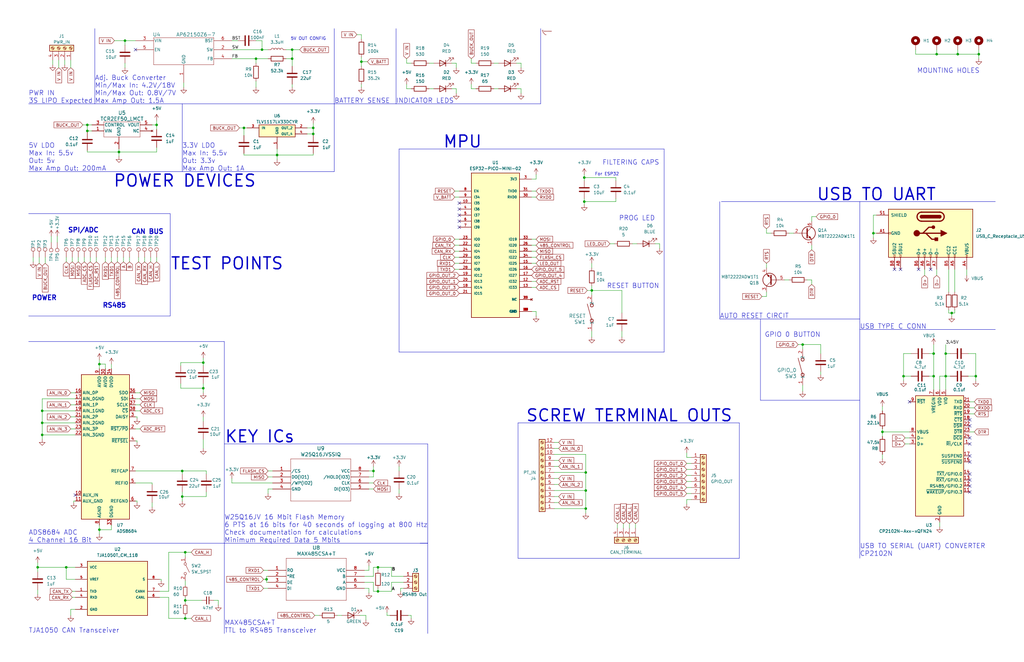
<source format=kicad_sch>
(kicad_sch (version 20231120) (generator "eeschema") (generator_version "8.0")
  (paper "B")
  (lib_symbols
    (symbol "AP62150Z6-7:AP62150Z6-7" (pin_names (offset 0.254))
      (property "Reference" "U4" (at 8.89 2.54 0))
      (property "Value" "AP62150Z6-7" (at 25.4 2.54 0))
      (symbol "AP62150Z6-7_0_1"
        (pin output line (at 40.64 -3.81 180) (length 7.62) (name "SW") (number "2"))
        (pin input line (at 0 -3.81 0) (length 7.62) (name "EN") (number "5"))
      )
      (symbol "AP62150Z6-7_1_1"
        (pin power_in line (at 20.32 -17.78 90) (length 7.62) (name "GND") (number "1"))
        (pin power_out line (at 0 0 0) (length 7.62) (name "VIN") (number "3"))
        (pin power_in line (at 40.64 -7.62 180) (length 7.62) (name "FB") (number "4"))
        (pin input line (at 40.64 0 180) (length 7.62) (name "BST") (number "6"))
      )
    )
    (symbol "Analog_ADC:ADS8684"
      (property "Reference" "U" (at -8.89 31.75 0))
      (property "Value" "ADS8684" (at 8.89 31.75 0))
      (symbol "ADS8684_1_1"
        (pin input line (at 12.7 20.32 180) (length 2.54) (name "SDI") (number "1"))
        (pin input line (at -12.7 -20.32 0) (length 2.54) (name "AUX_IN") (number "10"))
        (pin input line (at -12.7 -22.86 0) (length 2.54) (name "AUX_GND") (number "11"))
        (pin no_connect line (at -10.16 -7.62 0) (length 2.54) hide (name "NC") (number "12"))
        (pin no_connect line (at -10.16 -10.16 0) (length 2.54) hide (name "NC") (number "13"))
        (pin no_connect line (at -10.16 -12.7 0) (length 2.54) hide (name "NC") (number "14"))
        (pin no_connect line (at -10.16 -15.24 0) (length 2.54) hide (name "NC") (number "15"))
        (pin input line (at -12.7 22.86 0) (length 2.54) (name "AIN_0P") (number "16"))
        (pin input line (at -12.7 20.32 0) (length 2.54) (name "AIN_0GND") (number "17"))
        (pin input line (at -12.7 17.78 0) (length 2.54) (name "AIN_1P") (number "18"))
        (pin input line (at -12.7 15.24 0) (length 2.54) (name "AIN_1GND") (number "19"))
        (pin input line (at 12.7 7.62 180) (length 2.54) (name "~{RST/PD}") (number "2"))
        (pin input line (at -12.7 10.16 0) (length 2.54) (name "AIN_2GND") (number "20"))
        (pin input line (at -12.7 12.7 0) (length 2.54) (name "AIN_2P") (number "21"))
        (pin input line (at -12.7 5.08 0) (length 2.54) (name "AIN_3GND") (number "22"))
        (pin input line (at -12.7 7.62 0) (length 2.54) (name "AIN_3P") (number "23"))
        (pin no_connect line (at -10.16 0 0) (length 2.54) hide (name "NC") (number "24"))
        (pin no_connect line (at -10.16 2.54 0) (length 2.54) hide (name "NC") (number "25"))
        (pin no_connect line (at -10.16 -5.08 0) (length 2.54) hide (name "NC") (number "26"))
        (pin no_connect line (at -10.16 -2.54 0) (length 2.54) hide (name "NC") (number "27"))
        (pin passive line (at -2.54 -33.02 90) (length 2.54) hide (name "AGND") (number "28"))
        (pin passive line (at -2.54 -33.02 90) (length 2.54) hide (name "AGND") (number "29"))
        (pin input line (at 12.7 12.7 180) (length 2.54) (name "DAISY") (number "3"))
        (pin power_in line (at 0 33.02 270) (length 2.54) (name "AVDD") (number "30"))
        (pin passive line (at -2.54 -33.02 90) (length 2.54) hide (name "AGND") (number "31"))
        (pin passive line (at -2.54 -33.02 90) (length 2.54) hide (name "AGND") (number "32"))
        (pin power_in line (at 2.54 -33.02 90) (length 2.54) (name "DGND") (number "33"))
        (pin power_in line (at 2.54 33.02 270) (length 2.54) (name "DVDD") (number "34"))
        (pin no_connect line (at 10.16 -5.08 180) (length 2.54) hide (name "DNC") (number "35"))
        (pin output line (at 12.7 22.86 180) (length 2.54) (name "SDO") (number "36"))
        (pin input line (at 12.7 17.78 180) (length 2.54) (name "SCLK") (number "37"))
        (pin input line (at 12.7 15.24 180) (length 2.54) (name "~{CS}") (number "38"))
        (pin input line (at 12.7 2.54 180) (length 2.54) (name "~{REFSEL}") (number "4"))
        (pin passive line (at 12.7 -15.24 180) (length 2.54) (name "REFIO") (number "5"))
        (pin power_in line (at 12.7 -22.86 180) (length 2.54) (name "REFGND") (number "6"))
        (pin passive line (at 12.7 -10.16 180) (length 2.54) (name "REFCAP") (number "7"))
        (pin power_in line (at -2.54 -33.02 90) (length 2.54) (name "AGND") (number "8"))
        (pin power_in line (at -2.54 33.02 270) (length 2.54) (name "AVDD") (number "9"))
      )
    )
    (symbol "Connector:Screw_Terminal_01x03" (pin_names (offset 1.016) hide)
      (property "Reference" "J" (at 0 5.08 0))
      (property "Value" "Screw_Terminal_01x03" (at 0 -5.08 0))
      (symbol "Screw_Terminal_01x03_1_1"
        (pin passive line (at -5.08 2.54 0) (length 3.81) (name "Pin_1") (number "1"))
        (pin passive line (at -5.08 0 0) (length 3.81) (name "Pin_2") (number "2"))
        (pin passive line (at -5.08 -2.54 0) (length 3.81) (name "Pin_3") (number "3"))
      )
    )
    (symbol "Connector:Screw_Terminal_01x04" (pin_names (offset 1.016) hide)
      (property "Reference" "J" (at 0 5.08 0))
      (property "Value" "Screw_Terminal_01x04" (at 0 -7.62 0))
      (symbol "Screw_Terminal_01x04_1_1"
        (pin passive line (at -5.08 2.54 0) (length 3.81) (name "Pin_1") (number "1"))
        (pin passive line (at -5.08 0 0) (length 3.81) (name "Pin_2") (number "2"))
        (pin passive line (at -5.08 -2.54 0) (length 3.81) (name "Pin_3") (number "3"))
        (pin passive line (at -5.08 -5.08 0) (length 3.81) (name "Pin_4") (number "4"))
      )
    )
    (symbol "Connector:Screw_Terminal_01x08" (pin_names (offset 1.016) hide)
      (property "Reference" "J" (at 0 10.16 0))
      (property "Value" "Screw_Terminal_01x08" (at 0 -12.7 0))
      (symbol "Screw_Terminal_01x08_1_1"
        (pin passive line (at -5.08 7.62 0) (length 3.81) (name "Pin_1") (number "1"))
        (pin passive line (at -5.08 5.08 0) (length 3.81) (name "Pin_2") (number "2"))
        (pin passive line (at -5.08 2.54 0) (length 3.81) (name "Pin_3") (number "3"))
        (pin passive line (at -5.08 0 0) (length 3.81) (name "Pin_4") (number "4"))
        (pin passive line (at -5.08 -2.54 0) (length 3.81) (name "Pin_5") (number "5"))
        (pin passive line (at -5.08 -5.08 0) (length 3.81) (name "Pin_6") (number "6"))
        (pin passive line (at -5.08 -7.62 0) (length 3.81) (name "Pin_7") (number "7"))
        (pin passive line (at -5.08 -10.16 0) (length 3.81) (name "Pin_8") (number "8"))
      )
    )
    (symbol "Connector:Screw_Terminal_01x12" (pin_names (offset 1.016) hide)
      (property "Reference" "J" (at 0 15.24 0))
      (property "Value" "Screw_Terminal_01x12" (at 0 -17.78 0))
      (symbol "Screw_Terminal_01x12_1_1"
        (pin passive line (at -5.08 12.7 0) (length 3.81) (name "Pin_1") (number "1"))
        (pin passive line (at -5.08 -10.16 0) (length 3.81) (name "Pin_10") (number "10"))
        (pin passive line (at -5.08 -12.7 0) (length 3.81) (name "Pin_11") (number "11"))
        (pin passive line (at -5.08 -15.24 0) (length 3.81) (name "Pin_12") (number "12"))
        (pin passive line (at -5.08 10.16 0) (length 3.81) (name "Pin_2") (number "2"))
        (pin passive line (at -5.08 7.62 0) (length 3.81) (name "Pin_3") (number "3"))
        (pin passive line (at -5.08 5.08 0) (length 3.81) (name "Pin_4") (number "4"))
        (pin passive line (at -5.08 2.54 0) (length 3.81) (name "Pin_5") (number "5"))
        (pin passive line (at -5.08 0 0) (length 3.81) (name "Pin_6") (number "6"))
        (pin passive line (at -5.08 -2.54 0) (length 3.81) (name "Pin_7") (number "7"))
        (pin passive line (at -5.08 -5.08 0) (length 3.81) (name "Pin_8") (number "8"))
        (pin passive line (at -5.08 -7.62 0) (length 3.81) (name "Pin_9") (number "9"))
      )
    )
    (symbol "Connector:TestPoint" (pin_numbers hide) (pin_names (offset 0.762) hide)
      (property "Reference" "TP" (at 0 6.858 0))
      (property "Value" "TestPoint" (at 0 5.08 0))
      (symbol "TestPoint_1_1"
        (pin passive line (at 0 0 90) (length 2.54) (name "1") (number "1"))
      )
    )
    (symbol "Connector:USB_C_Receptacle_USB2.0" (pin_names (offset 1.016))
      (property "Reference" "J" (at -10.16 19.05 0))
      (property "Value" "USB_C_Receptacle_USB2.0" (at 19.05 19.05 0))
      (symbol "USB_C_Receptacle_USB2.0_1_1"
        (pin passive line (at 0 -22.86 90) (length 5.08) (name "GND") (number "A1"))
        (pin passive line (at 0 -22.86 90) (length 5.08) hide (name "GND") (number "A12"))
        (pin passive line (at 15.24 15.24 180) (length 5.08) (name "VBUS") (number "A4"))
        (pin bidirectional line (at 15.24 10.16 180) (length 5.08) (name "CC1") (number "A5"))
        (pin bidirectional line (at 15.24 -2.54 180) (length 5.08) (name "D+") (number "A6"))
        (pin bidirectional line (at 15.24 2.54 180) (length 5.08) (name "D-") (number "A7"))
        (pin bidirectional line (at 15.24 -12.7 180) (length 5.08) (name "SBU1") (number "A8"))
        (pin passive line (at 15.24 15.24 180) (length 5.08) hide (name "VBUS") (number "A9"))
        (pin passive line (at 0 -22.86 90) (length 5.08) hide (name "GND") (number "B1"))
        (pin passive line (at 0 -22.86 90) (length 5.08) hide (name "GND") (number "B12"))
        (pin passive line (at 15.24 15.24 180) (length 5.08) hide (name "VBUS") (number "B4"))
        (pin bidirectional line (at 15.24 7.62 180) (length 5.08) (name "CC2") (number "B5"))
        (pin bidirectional line (at 15.24 -5.08 180) (length 5.08) (name "D+") (number "B6"))
        (pin bidirectional line (at 15.24 0 180) (length 5.08) (name "D-") (number "B7"))
        (pin bidirectional line (at 15.24 -15.24 180) (length 5.08) (name "SBU2") (number "B8"))
        (pin passive line (at 15.24 15.24 180) (length 5.08) hide (name "VBUS") (number "B9"))
        (pin passive line (at -7.62 -22.86 90) (length 5.08) (name "SHIELD") (number "S1"))
      )
    )
    (symbol "Device:C" (pin_numbers hide) (pin_names (offset 0.254))
      (property "Reference" "C" (at 0.635 2.54 0))
      (property "Value" "C" (at 0.635 -2.54 0))
      (symbol "C_1_1"
        (pin passive line (at 0 3.81 270) (length 2.794) (name "~") (number "1"))
        (pin passive line (at 0 -3.81 90) (length 2.794) (name "~") (number "2"))
      )
    )
    (symbol "Device:C_Small" (pin_numbers hide) (pin_names (offset 0.254) hide)
      (property "Reference" "C" (at 0.254 1.778 0))
      (property "Value" "C_Small" (at 0.254 -2.032 0))
      (symbol "C_Small_1_1"
        (pin passive line (at 0 2.54 270) (length 2.032) (name "~") (number "1"))
        (pin passive line (at 0 -2.54 90) (length 2.032) (name "~") (number "2"))
      )
    )
    (symbol "Device:L" (pin_numbers hide) (pin_names (offset 1.016) hide)
      (property "Reference" "L" (at -1.27 0 90))
      (property "Value" "L" (at 1.905 0 90))
      (symbol "L_1_1"
        (pin passive line (at 0 3.81 270) (length 1.27) (name "1") (number "1"))
        (pin passive line (at 0 -3.81 90) (length 1.27) (name "2") (number "2"))
      )
    )
    (symbol "Device:LED" (pin_numbers hide) (pin_names (offset 1.016) hide)
      (property "Reference" "D" (at 0 2.54 0))
      (property "Value" "LED" (at 0 -2.54 0))
      (symbol "LED_1_1"
        (pin passive line (at -3.81 0 0) (length 2.54) (name "K") (number "1"))
        (pin passive line (at 3.81 0 180) (length 2.54) (name "A") (number "2"))
      )
    )
    (symbol "Device:R" (pin_numbers hide) (pin_names (offset 0))
      (property "Reference" "R" (at 2.032 0 90))
      (property "Value" "R" (at 0 0 90))
      (symbol "R_1_1"
        (pin passive line (at 0 3.81 270) (length 1.27) (name "~") (number "1"))
        (pin passive line (at 0 -3.81 90) (length 1.27) (name "~") (number "2"))
      )
    )
    (symbol "Device:R_Small" (pin_numbers hide) (pin_names (offset 0.254) hide)
      (property "Reference" "R" (at 0.762 0.508 0))
      (property "Value" "R_Small" (at 0.762 -1.016 0))
      (symbol "R_Small_1_1"
        (pin passive line (at 0 2.54 270) (length 0.762) (name "~") (number "1"))
        (pin passive line (at 0 -2.54 90) (length 0.762) (name "~") (number "2"))
      )
    )
    (symbol "ESP32-PICO-MINI-02:ESP32-PICO-MINI-02" (pin_names (offset 1.016))
      (property "Reference" "U" (at -10.16 33.02 0))
      (property "Value" "ESP32-PICO-MINI-02" (at -10.16 -33.02 0))
      (symbol "ESP32-PICO-MINI-02_0_0"
        (pin power_in line (at 15.24 -27.94 180) (length 5.08) (name "GND") (number "1"))
        (pin input line (at -15.24 17.78 0) (length 5.08) (name "I35") (number "10"))
        (pin power_in line (at 15.24 -27.94 180) (length 5.08) (name "GND") (number "11"))
        (pin bidirectional line (at 15.24 -15.24 180) (length 5.08) (name "IO32") (number "12"))
        (pin bidirectional line (at 15.24 -17.78 180) (length 5.08) (name "IO33") (number "13"))
        (pin power_in line (at 15.24 -27.94 180) (length 5.08) (name "GND") (number "14"))
        (pin bidirectional line (at 15.24 -7.62 180) (length 5.08) (name "IO25") (number "15"))
        (pin bidirectional line (at 15.24 -10.16 180) (length 5.08) (name "IO26") (number "16"))
        (pin bidirectional line (at 15.24 -12.7 180) (length 5.08) (name "IO27") (number "17"))
        (pin bidirectional line (at -15.24 -17.78 0) (length 5.08) (name "IO14") (number "18"))
        (pin bidirectional line (at -15.24 -12.7 0) (length 5.08) (name "IO12") (number "19"))
        (pin power_in line (at 15.24 -27.94 180) (length 5.08) (name "GND") (number "2"))
        (pin bidirectional line (at -15.24 -15.24 0) (length 5.08) (name "IO13") (number "20"))
        (pin bidirectional line (at -15.24 -20.32 0) (length 5.08) (name "IO15") (number "21"))
        (pin bidirectional line (at -15.24 0 0) (length 5.08) (name "IO2") (number "22"))
        (pin bidirectional line (at -15.24 2.54 0) (length 5.08) (name "IO0") (number "23"))
        (pin bidirectional line (at -15.24 -2.54 0) (length 5.08) (name "IO4") (number "24"))
        (pin no_connect line (at 15.24 -22.86 180) (length 5.08) (name "NC") (number "25"))
        (pin bidirectional line (at 15.24 0 180) (length 5.08) (name "IO20") (number "26"))
        (pin bidirectional line (at -15.24 -7.62 0) (length 5.08) (name "IO7") (number "27"))
        (pin bidirectional line (at -15.24 -10.16 0) (length 5.08) (name "IO8") (number "28"))
        (pin bidirectional line (at -15.24 -5.08 0) (length 5.08) (name "IO5") (number "29"))
        (pin power_in line (at 15.24 27.94 180) (length 5.08) (name "3V3") (number "3"))
        (pin bidirectional line (at 15.24 20.32 180) (length 5.08) (name "RXD0") (number "30"))
        (pin bidirectional line (at 15.24 22.86 180) (length 5.08) (name "TXD0") (number "31"))
        (pin no_connect line (at 15.24 -22.86 180) (length 5.08) (name "NC") (number "32"))
        (pin bidirectional line (at 15.24 2.54 180) (length 5.08) (name "IO19") (number "33"))
        (pin bidirectional line (at 15.24 -5.08 180) (length 5.08) (name "IO22") (number "34"))
        (pin bidirectional line (at 15.24 -2.54 180) (length 5.08) (name "IO21") (number "35"))
        (pin power_in line (at 15.24 -27.94 180) (length 5.08) (name "GND") (number "36"))
        (pin power_in line (at 15.24 -27.94 180) (length 5.08) (name "GND") (number "37"))
        (pin power_in line (at 15.24 -27.94 180) (length 5.08) (name "GND") (number "38"))
        (pin power_in line (at 15.24 -27.94 180) (length 5.08) (name "GND") (number "39"))
        (pin input line (at -15.24 15.24 0) (length 5.08) (name "I36") (number "4"))
        (pin power_in line (at 15.24 -27.94 180) (length 5.08) (name "GND") (number "40"))
        (pin power_in line (at 15.24 -27.94 180) (length 5.08) (name "GND") (number "41"))
        (pin power_in line (at 15.24 -27.94 180) (length 5.08) (name "GND") (number "42"))
        (pin power_in line (at 15.24 -27.94 180) (length 5.08) (name "GND") (number "43"))
        (pin power_in line (at 15.24 -27.94 180) (length 5.08) (name "GND") (number "44"))
        (pin power_in line (at 15.24 -27.94 180) (length 5.08) (name "GND") (number "45"))
        (pin power_in line (at 15.24 -27.94 180) (length 5.08) (name "GND") (number "46"))
        (pin power_in line (at 15.24 -27.94 180) (length 5.08) (name "GND") (number "47"))
        (pin power_in line (at 15.24 -27.94 180) (length 5.08) (name "GND") (number "48"))
        (pin power_in line (at 15.24 -27.94 180) (length 5.08) (name "GND") (number "49"))
        (pin input line (at -15.24 12.7 0) (length 5.08) (name "I37") (number "5"))
        (pin power_in line (at 15.24 -27.94 180) (length 5.08) (name "GND") (number "50"))
        (pin power_in line (at 15.24 -27.94 180) (length 5.08) (name "GND") (number "51"))
        (pin power_in line (at 15.24 -27.94 180) (length 5.08) (name "GND") (number "52"))
        (pin power_in line (at 15.24 -27.94 180) (length 5.08) (name "GND") (number "53"))
        (pin power_in line (at 15.24 -27.94 180) (length 5.08) (name "GND") (number "54"))
        (pin power_in line (at 15.24 -27.94 180) (length 5.08) (name "GND") (number "55"))
        (pin power_in line (at 15.24 -27.94 180) (length 5.08) (name "GND") (number "56"))
        (pin power_in line (at 15.24 -27.94 180) (length 5.08) (name "GND") (number "57"))
        (pin power_in line (at 15.24 -27.94 180) (length 5.08) (name "GND") (number "58"))
        (pin power_in line (at 15.24 -27.94 180) (length 5.08) (name "GND") (number "59"))
        (pin input line (at -15.24 10.16 0) (length 5.08) (name "I38") (number "6"))
        (pin power_in line (at 15.24 -27.94 180) (length 5.08) (name "GND") (number "60"))
        (pin power_in line (at 15.24 -27.94 180) (length 5.08) (name "GND") (number "61"))
        (pin input line (at -15.24 7.62 0) (length 5.08) (name "I39") (number "7"))
        (pin input line (at -15.24 22.86 0) (length 5.08) (name "EN") (number "8"))
        (pin input line (at -15.24 20.32 0) (length 5.08) (name "I34") (number "9"))
      )
    )
    (symbol "Interface_USB:CP2102N-Axx-xQFN24"
      (property "Reference" "U" (at -8.89 26.67 0))
      (property "Value" "CP2102N-Axx-xQFN24" (at 13.97 26.67 0))
      (symbol "CP2102N-Axx-xQFN24_1_1"
        (pin bidirectional line (at 12.7 5.08 180) (length 2.54) (name "~{RI}/CLK") (number "1"))
        (pin no_connect line (at -10.16 -22.86 0) (length 2.54) hide (name "NC") (number "10"))
        (pin bidirectional line (at 12.7 -15.24 180) (length 2.54) (name "~{WAKEUP}/GPIO.3") (number "11"))
        (pin bidirectional line (at 12.7 -12.7 180) (length 2.54) (name "RS485/GPIO.2") (number "12"))
        (pin bidirectional line (at 12.7 -10.16 180) (length 2.54) (name "~{RXT}/GPIO.1") (number "13"))
        (pin bidirectional line (at 12.7 -7.62 180) (length 2.54) (name "~{TXT}/GPIO.0") (number "14"))
        (pin output line (at 12.7 -2.54 180) (length 2.54) (name "~{SUSPEND}") (number "15"))
        (pin no_connect line (at 10.16 -22.86 180) (length 2.54) hide (name "NC") (number "16"))
        (pin output line (at 12.7 0 180) (length 2.54) (name "SUSPEND") (number "17"))
        (pin input line (at 12.7 15.24 180) (length 2.54) (name "~{CTS}") (number "18"))
        (pin output line (at 12.7 17.78 180) (length 2.54) (name "~{RTS}") (number "19"))
        (pin power_in line (at 0 -27.94 90) (length 2.54) (name "GND") (number "2"))
        (pin input line (at 12.7 20.32 180) (length 2.54) (name "RXD") (number "20"))
        (pin output line (at 12.7 22.86 180) (length 2.54) (name "TXD") (number "21"))
        (pin input line (at 12.7 12.7 180) (length 2.54) (name "~{DSR}") (number "22"))
        (pin output line (at 12.7 10.16 180) (length 2.54) (name "~{DTR}") (number "23"))
        (pin input line (at 12.7 7.62 180) (length 2.54) (name "~{DCD}") (number "24"))
        (pin passive line (at 0 -27.94 90) (length 2.54) hide (name "GND") (number "25"))
        (pin bidirectional line (at -12.7 5.08 0) (length 2.54) (name "D+") (number "3"))
        (pin bidirectional line (at -12.7 7.62 0) (length 2.54) (name "D-") (number "4"))
        (pin power_in line (at 2.54 27.94 270) (length 2.54) (name "VIO") (number "5"))
        (pin power_in line (at 0 27.94 270) (length 2.54) (name "VDD") (number "6"))
        (pin power_in line (at -2.54 27.94 270) (length 2.54) (name "VREGIN") (number "7"))
        (pin input line (at -12.7 10.16 0) (length 2.54) (name "VBUS") (number "8"))
        (pin input line (at -12.7 22.86 0) (length 2.54) (name "~{RST}") (number "9"))
      )
    )
    (symbol "MAX485CSA_T:MAX485CSA+T" (pin_names (offset 0.254))
      (property "Reference" "U" (at 20.32 10.16 0))
      (property "Value" "MAX485CSA+T" (at 20.32 7.62 0))
      (symbol "MAX485CSA+T_0_1"
        (pin output line (at 0 0 0) (length 7.62) (name "RO") (number "1"))
        (pin output line (at 0 -2.54 0) (length 7.62) (name "*RE") (number "2"))
        (pin output line (at 0 -5.08 0) (length 7.62) (name "DE") (number "3"))
        (pin input line (at 0 -7.62 0) (length 7.62) (name "DI") (number "4"))
        (pin power_out line (at 40.64 -7.62 180) (length 7.62) (name "GND") (number "5"))
        (pin unspecified line (at 40.64 -5.08 180) (length 7.62) (name "A") (number "6"))
        (pin unspecified line (at 40.64 -2.54 180) (length 7.62) (name "B") (number "7"))
        (pin power_in line (at 40.64 0 180) (length 7.62) (name "VCC") (number "8"))
      )
    )
    (symbol "Mechanical:MountingHole_Pad" (pin_numbers hide) (pin_names (offset 1.016) hide)
      (property "Reference" "H" (at 0 6.35 0))
      (property "Value" "MountingHole_Pad" (at 0 4.445 0))
      (symbol "MountingHole_Pad_1_1"
        (pin input line (at 0 -2.54 90) (length 2.54) (name "1") (number "1"))
      )
    )
    (symbol "PTS636 SM50J SMTR LFS:PTS636_SM50J_SMTR_LFS" (pin_names (offset 0.254))
      (property "Reference" "SW" (at 7.62 3.81 0))
      (property "Value" "PTS636 SM50J SMTR LFS" (at 0 0 0))
      (symbol "PTS636_SM50J_SMTR_LFS_0_1"
        (pin unspecified line (at 0 0 0) (length 2.54) (name "1") (number "1"))
        (pin unspecified line (at 15.24 0 180) (length 2.54) (name "2") (number "2"))
      )
    )
    (symbol "RP Logo:LOGO" (pin_names (offset 1.016)))
    (symbol "Switch:SW_SPST" (pin_names (offset 0) hide)
      (property "Reference" "SW" (at 0 3.175 0))
      (property "Value" "SW_SPST" (at 0 -2.54 0))
      (symbol "SW_SPST_1_1"
        (pin passive line (at -5.08 0 0) (length 2.54) (name "A") (number "1"))
        (pin passive line (at 5.08 0 180) (length 2.54) (name "B") (number "2"))
      )
    )
    (symbol "TCR2EF50:TCR2EF50_LMCT" (pin_names (offset 0.254))
      (property "Reference" "U5" (at 15.24 8.89 0))
      (property "Value" "TCR2EF50_LMCT" (at 15.24 6.35 0))
      (symbol "TCR2EF50_LMCT_1_1"
        (pin unspecified line (at 2.54 1.27 0) (length 5.08) (name "VIN") (number "1"))
        (pin power_out line (at 13.97 -6.35 90) (length 5.08) (name "GND") (number "2"))
        (pin input line (at 2.54 3.81 0) (length 5.08) (name "CONTROL") (number "3"))
        (pin no_connect line (at 27.94 1.27 180) (length 5.08) (name "NC") (number "4"))
        (pin output line (at 27.94 3.81 180) (length 5.08) (name "VOUT") (number "5"))
      )
    )
    (symbol "TJA1050T:TJA1050T_CM_118" (pin_names (offset 1.016))
      (property "Reference" "U" (at -12.7 11.049 0))
      (property "Value" "TJA1050T_CM_118" (at -12.7 -15.24 0))
      (symbol "TJA1050T_CM_118_0_0"
        (pin input line (at 17.78 -2.54 180) (length 5.08) (name "TXD") (number "1"))
        (pin power_in line (at 17.78 -10.16 180) (length 5.08) (name "GND") (number "2"))
        (pin power_in line (at 17.78 7.62 180) (length 5.08) (name "VCC") (number "3"))
        (pin output line (at 17.78 -5.08 180) (length 5.08) (name "RXD") (number "4"))
        (pin output line (at 17.78 2.54 180) (length 5.08) (name "VREF") (number "5"))
        (pin bidirectional line (at -17.78 -5.08 0) (length 5.08) (name "CANL") (number "6"))
        (pin bidirectional line (at -17.78 -2.54 0) (length 5.08) (name "CANH") (number "7"))
        (pin input line (at -17.78 2.54 0) (length 5.08) (name "S") (number "8"))
      )
    )
    (symbol "TLV1117LV33DCYR:TLV1117LV33DCYR" (pin_names (offset 1.016))
      (property "Reference" "U6" (at 0 12.065 0))
      (property "Value" "TLV1117LV33DCYR" (at 0 9.525 0))
      (symbol "TLV1117LV33DCYR_0_0"
        (pin power_in line (at 0 -7.62 90) (length 5.08) (name "GND") (number "1"))
        (pin output line (at 12.7 1.27 180) (length 5.08) (name "OUT_2") (number "2"))
        (pin input line (at -12.7 1.27 0) (length 5.08) (name "IN") (number "3"))
        (pin output line (at 12.7 -1.27 180) (length 5.08) (name "OUT_4") (number "4"))
      )
    )
    (symbol "Transistor_BJT:MBT2222ADW1T1" (pin_names (offset 0) hide)
      (property "Reference" "Q" (at 5.08 1.27 0))
      (property "Value" "MBT2222ADW1T1" (at 5.08 -1.27 0))
      (symbol "MBT2222ADW1T1_1_1"
        (pin passive line (at 2.54 -5.08 90) (length 2.54) (name "E1") (number "1"))
        (pin input line (at -5.08 0 0) (length 2.54) (name "B1") (number "2"))
        (pin passive line (at 2.54 5.08 270) (length 2.54) (name "C1") (number "6"))
      )
      (symbol "MBT2222ADW1T1_2_1"
        (pin passive line (at 2.54 5.08 270) (length 2.54) (name "C2") (number "3"))
        (pin passive line (at 2.54 -5.08 90) (length 2.54) (name "E2") (number "4"))
        (pin input line (at -5.08 0 0) (length 2.54) (name "B2") (number "5"))
      )
    )
    (symbol "W25Q16JVSSIQ:W25Q16JVSSIQ" (pin_names (offset 0.254))
      (property "Reference" "U" (at 20.32 10.16 0))
      (property "Value" "W25Q16JVSSIQ" (at 20.32 7.62 0))
      (symbol "W25Q16JVSSIQ_1_1"
        (pin bidirectional line (at 0 0 0) (length 7.62) (name "/CS") (number "1"))
        (pin bidirectional line (at 0 -2.54 0) (length 7.62) (name "DO(IO1)") (number "2"))
        (pin bidirectional line (at 0 -5.08 0) (length 7.62) (name "/WP(IO2)") (number "3"))
        (pin bidirectional line (at 0 -7.62 0) (length 7.62) (name "GND") (number "4"))
        (pin bidirectional line (at 40.64 -7.62 180) (length 7.62) (name "DI(IO3)") (number "5"))
        (pin bidirectional line (at 40.64 -5.08 180) (length 7.62) (name "CLK") (number "6"))
        (pin bidirectional line (at 40.64 -2.54 180) (length 7.62) (name "/HOLD(IO3)") (number "7"))
        (pin bidirectional line (at 40.64 0 180) (length 7.62) (name "VCC") (number "8"))
      )
    )
    (symbol "power:+3.3V" (power) (pin_names (offset 0))
      (property "Value" "+3.3V" (at 0 3.556 0))
      (symbol "+3.3V_1_1"
        (pin power_in line (at 0 0 90) (length 0) hide (name "+3.3V") (number "1"))
      )
    )
    (symbol "power:+5V" (power) (pin_names (offset 0))
      (property "Value" "+5V" (at 0 3.556 0))
      (symbol "+5V_1_1"
        (pin power_in line (at 0 0 90) (length 0) hide (name "+5V") (number "1"))
      )
    )
    (symbol "power:GND" (power) (pin_names (offset 0))
      (property "Value" "GND" (at 0 -3.81 0))
      (symbol "GND_1_1"
        (pin power_in line (at 0 0 270) (length 0) hide (name "GND") (number "1"))
      )
    )
    (symbol "power:VBUS" (power) (pin_names (offset 0))
      (property "Value" "VBUS" (at 0 3.81 0))
      (symbol "VBUS_1_1"
        (pin power_in line (at 0 0 90) (length 0) hide (name "VBUS") (number "1"))
      )
    )
  )
  (junction (at 76.835 209.55))
  (junction (at 110.49 20.955))
  (junction (at 15.875 239.395))
  (junction (at 27.94 239.395))
  (junction (at 116.84 65.405))
  (junction (at 17.78 178.435))
  (junction (at 247.015 207.01))
  (junction (at 372.11 182.245))
  (junction (at 123.19 20.955))
  (junction (at 85.725 163.83))
  (junction (at 338.455 145.415))
  (junction (at 107.95 24.765))
  (junction (at 102.87 53.975))
  (junction (at 403.86 22.86))
  (junction (at 398.78 158.75))
  (junction (at 368.3 98.425))
  (junction (at 17.78 173.355))
  (junction (at 85.725 153.035))
  (junction (at 66.04 52.705))
  (junction (at 249.555 122.555))
  (junction (at 157.48 198.755))
  (junction (at 123.19 24.765))
  (junction (at 246.38 74.93))
  (junction (at 17.78 183.515))
  (junction (at 50.165 64.135))
  (junction (at 78.105 253.365))
  (junction (at 401.32 132.08))
  (junction (at 76.835 198.755))
  (junction (at 41.91 223.52))
  (junction (at 78.105 233.045))
  (junction (at 393.7 149.225))
  (junction (at 78.105 260.985))
  (junction (at 381 158.75))
  (junction (at 41.91 153.67))
  (junction (at 132.08 53.975))
  (junction (at 247.015 214.63))
  (junction (at 152.4 26.035))
  (junction (at 36.83 52.705))
  (junction (at 394.97 22.86))
  (junction (at 159.385 239.395))
  (junction (at 393.7 158.75))
  (junction (at 52.705 17.145))
  (junction (at 159.385 249.555))
  (junction (at 247.015 199.39))
  (junction (at 398.78 149.225))
  (junction (at 246.38 85.09))
  (junction (at 411.48 158.75))
  (junction (at 412.75 22.86))
  (junction (at 112.395 244.475))
  (junction (at 132.08 56.515))
  (junction (at 36.83 55.245))
  (no_connect (at 377.19 113.665))
  (no_connect (at 379.73 113.665))
  (no_connect (at 408.94 202.565))
  (no_connect (at 408.94 207.645))
  (no_connect (at 408.94 187.325))
  (no_connect (at 57.15 20.955))
  (no_connect (at 408.94 179.705))
  (no_connect (at 408.94 205.105))
  (no_connect (at 387.35 113.665))
  (no_connect (at 193.675 95.885))
  (no_connect (at 193.675 85.725))
  (no_connect (at 408.94 192.405))
  (no_connect (at 408.94 184.785))
  (no_connect (at 408.94 200.025))
  (no_connect (at 408.94 194.945))
  (no_connect (at 193.675 90.805))
  (no_connect (at 408.94 177.165))
  (no_connect (at 383.54 169.545))
  (no_connect (at 31.75 208.915))
  (no_connect (at 193.675 93.345))
  (no_connect (at 193.675 88.265))
  (no_connect (at 392.43 113.665))
  (wire (pts (xy 59.055 170.815) (xy 57.15 170.815)))
  (wire (pts (xy 289.56 193.04) (xy 291.465 193.04)))
  (wire (pts (xy 338.455 145.415) (xy 338.455 147.32)))
  (wire (pts (xy 78.105 260.985) (xy 78.105 259.715)))
  (polyline (pts (xy 168.275 62.865) (xy 168.275 148.59)))
  (wire (pts (xy 402.59 130.81) (xy 402.59 132.08)))
  (wire (pts (xy 85.725 153.035) (xy 76.2 153.035)))
  (wire (pts (xy 86.995 209.55) (xy 76.835 209.55)))
  (wire (pts (xy 36.83 55.245) (xy 36.83 55.88)))
  (wire (pts (xy 111.125 244.475) (xy 112.395 244.475)))
  (wire (pts (xy 132.08 57.15) (xy 132.08 56.515)))
  (wire (pts (xy 21.59 99.695) (xy 21.59 102.235)))
  (wire (pts (xy 262.89 220.98) (xy 262.89 222.885)))
  (wire (pts (xy 57.15 186.055) (xy 57.785 186.055)))
  (wire (pts (xy 323.215 98.425) (xy 325.12 98.425)))
  (wire (pts (xy 338.455 162.56) (xy 338.455 165.1)))
  (polyline (pts (xy 362.585 139.065) (xy 362.585 85.09)))
  (wire (pts (xy 219.71 28.575) (xy 219.71 26.67)))
  (polyline (pts (xy 140.97 12.065) (xy 140.97 43.815)))
  (wire (pts (xy 191.77 100.965) (xy 193.675 100.965)))
  (wire (pts (xy 44.45 153.67) (xy 41.91 153.67)))
  (wire (pts (xy 57.785 211.455) (xy 57.785 212.09)))
  (wire (pts (xy 369.57 90.805) (xy 368.3 90.805)))
  (wire (pts (xy 123.19 36.83) (xy 123.19 35.56)))
  (wire (pts (xy 29.845 257.175) (xy 29.845 259.715)))
  (wire (pts (xy 259.715 85.09) (xy 246.38 85.09)))
  (wire (pts (xy 97.79 20.955) (xy 110.49 20.955)))
  (polyline (pts (xy 168.275 148.59) (xy 280.035 148.59)))
  (wire (pts (xy 332.74 118.11) (xy 330.835 118.11)))
  (wire (pts (xy 391.795 149.225) (xy 393.7 149.225)))
  (wire (pts (xy 27.94 239.395) (xy 31.75 239.395)))
  (wire (pts (xy 67.31 252.095) (xy 71.12 252.095)))
  (wire (pts (xy 410.845 182.245) (xy 408.94 182.245)))
  (polyline (pts (xy 218.44 178.435) (xy 218.44 235.585)))
  (wire (pts (xy 29.845 165.735) (xy 31.75 165.735)))
  (wire (pts (xy 247.65 122.555) (xy 249.555 122.555)))
  (wire (pts (xy 110.49 20.955) (xy 113.03 20.955)))
  (wire (pts (xy 249.555 111.125) (xy 249.555 113.03)))
  (wire (pts (xy 66.04 52.705) (xy 66.04 54.61)))
  (wire (pts (xy 226.06 108.585) (xy 224.155 108.585)))
  (wire (pts (xy 402.59 132.08) (xy 401.32 132.08)))
  (wire (pts (xy 97.79 24.765) (xy 107.95 24.765)))
  (wire (pts (xy 246.38 86.36) (xy 246.38 85.09)))
  (wire (pts (xy 157.48 206.375) (xy 155.575 206.375)))
  (wire (pts (xy 403.86 20.955) (xy 403.86 22.86)))
  (wire (pts (xy 132.08 52.07) (xy 132.08 53.975)))
  (wire (pts (xy 249.555 122.555) (xy 249.555 124.46)))
  (wire (pts (xy 16.51 111.125) (xy 16.51 108.585)))
  (wire (pts (xy 85.725 161.925) (xy 85.725 163.83)))
  (wire (pts (xy 259.715 83.82) (xy 259.715 85.09)))
  (wire (pts (xy 29.845 28.575) (xy 29.845 25.4)))
  (wire (pts (xy 226.06 131.445) (xy 226.06 133.35)))
  (polyline (pts (xy 218.44 235.585) (xy 311.785 235.585)))
  (wire (pts (xy 372.11 193.675) (xy 372.11 191.77)))
  (wire (pts (xy 27.94 239.395) (xy 27.94 244.475)))
  (wire (pts (xy 129.54 53.975) (xy 132.08 53.975)))
  (polyline (pts (xy 167.005 43.815) (xy 227.965 43.815)))
  (wire (pts (xy 410.845 169.545) (xy 408.94 169.545)))
  (wire (pts (xy 155.575 198.755) (xy 157.48 198.755)))
  (wire (pts (xy 394.97 22.86) (xy 403.86 22.86)))
  (wire (pts (xy 49.53 110.49) (xy 49.53 108.585)))
  (wire (pts (xy 123.19 20.955) (xy 126.365 20.955)))
  (wire (pts (xy 112.395 243.205) (xy 113.03 243.205)))
  (wire (pts (xy 30.48 110.49) (xy 30.48 108.585)))
  (polyline (pts (xy 140.97 72.39) (xy 140.97 43.815)))
  (polyline (pts (xy 304.165 85.09) (xy 362.585 85.09)))
  (wire (pts (xy 66.04 110.49) (xy 66.04 108.585)))
  (wire (pts (xy 50.165 62.865) (xy 50.165 64.135)))
  (wire (pts (xy 260.35 220.98) (xy 260.35 222.885)))
  (wire (pts (xy 165.1 249.555) (xy 165.1 245.745)))
  (wire (pts (xy 191.77 111.125) (xy 193.675 111.125)))
  (wire (pts (xy 289.56 205.74) (xy 291.465 205.74)))
  (wire (pts (xy 52.705 19.05) (xy 52.705 17.145)))
  (wire (pts (xy 173.355 259.715) (xy 172.085 259.715)))
  (polyline (pts (xy 280.035 62.865) (xy 168.275 62.865)))
  (wire (pts (xy 233.68 207.01) (xy 247.015 207.01)))
  (wire (pts (xy 171.45 24.765) (xy 171.45 26.67)))
  (wire (pts (xy 80.645 233.045) (xy 78.105 233.045)))
  (wire (pts (xy 165.1 245.745) (xy 170.18 245.745)))
  (wire (pts (xy 393.7 158.75) (xy 393.7 164.465)))
  (wire (pts (xy 372.11 171.45) (xy 372.11 173.355)))
  (polyline (pts (xy 180.34 187.325) (xy 180.34 229.235)))
  (wire (pts (xy 113.03 198.755) (xy 114.935 198.755)))
  (polyline (pts (xy 362.585 139.065) (xy 362.585 235.585)))
  (wire (pts (xy 85.725 154.305) (xy 85.725 153.035)))
  (wire (pts (xy 76.2 153.035) (xy 76.2 154.305)))
  (wire (pts (xy 36.83 64.135) (xy 50.165 64.135)))
  (polyline (pts (xy 140.97 43.815) (xy 167.005 43.815)))
  (wire (pts (xy 152.4 36.83) (xy 152.4 35.56)))
  (wire (pts (xy 17.78 173.355) (xy 17.78 178.435)))
  (wire (pts (xy 71.12 252.095) (xy 71.12 260.985)))
  (wire (pts (xy 90.17 253.365) (xy 92.075 253.365)))
  (wire (pts (xy 163.195 258.445) (xy 163.195 259.715)))
  (wire (pts (xy 159.385 248.285) (xy 159.385 249.555)))
  (wire (pts (xy 171.45 37.465) (xy 173.355 37.465)))
  (wire (pts (xy 57.15 203.835) (xy 64.135 203.835)))
  (polyline (pts (xy 180.34 229.235) (xy 180.34 267.335)))
  (wire (pts (xy 289.56 195.58) (xy 291.465 195.58)))
  (wire (pts (xy 116.84 65.405) (xy 132.08 65.405)))
  (wire (pts (xy 64.135 213.995) (xy 64.135 212.09)))
  (polyline (pts (xy 320.675 168.91) (xy 320.675 134.62)))
  (polyline (pts (xy 12.065 144.145) (xy 94.615 144.145)))
  (wire (pts (xy 85.725 185.42) (xy 85.725 189.23)))
  (wire (pts (xy 226.06 131.445) (xy 224.155 131.445)))
  (wire (pts (xy 13.97 110.49) (xy 13.97 108.585)))
  (wire (pts (xy 34.925 52.705) (xy 36.83 52.705)))
  (wire (pts (xy 33.02 110.49) (xy 33.02 108.585)))
  (wire (pts (xy 159.385 240.665) (xy 159.385 239.395)))
  (wire (pts (xy 152.4 26.035) (xy 152.4 27.94)))
  (wire (pts (xy 67.31 249.555) (xy 71.12 249.555)))
  (polyline (pts (xy 12.065 133.35) (xy 71.755 133.35)))
  (wire (pts (xy 31.75 168.275) (xy 17.78 168.275)))
  (wire (pts (xy 157.48 203.835) (xy 155.575 203.835)))
  (wire (pts (xy 57.785 186.055) (xy 57.785 186.69)))
  (wire (pts (xy 76.835 200.025) (xy 76.835 198.755)))
  (wire (pts (xy 76.835 209.55) (xy 76.835 207.645)))
  (wire (pts (xy 165.1 243.205) (xy 170.18 243.205)))
  (wire (pts (xy 233.68 194.31) (xy 235.585 194.31)))
  (wire (pts (xy 66.04 50.8) (xy 66.04 52.705)))
  (wire (pts (xy 171.45 26.67) (xy 173.355 26.67)))
  (wire (pts (xy 15.875 237.49) (xy 15.875 239.395)))
  (wire (pts (xy 155.575 248.285) (xy 155.575 250.19)))
  (polyline (pts (xy 280.035 62.865) (xy 280.035 148.59)))
  (wire (pts (xy 323.215 125.095) (xy 321.31 125.095)))
  (wire (pts (xy 191.77 83.185) (xy 193.675 83.185)))
  (wire (pts (xy 157.48 201.295) (xy 157.48 198.755)))
  (wire (pts (xy 369.57 98.425) (xy 368.3 98.425)))
  (wire (pts (xy 224.155 103.505) (xy 226.06 103.505)))
  (wire (pts (xy 46.99 221.615) (xy 46.99 223.52)))
  (wire (pts (xy 107.95 17.145) (xy 110.49 17.145)))
  (wire (pts (xy 102.87 53.975) (xy 104.14 53.975)))
  (wire (pts (xy 233.68 214.63) (xy 247.015 214.63)))
  (wire (pts (xy 159.385 249.555) (xy 165.1 249.555)))
  (wire (pts (xy 289.56 208.28) (xy 291.465 208.28)))
  (wire (pts (xy 102.87 57.15) (xy 102.87 53.975)))
  (wire (pts (xy 400.685 158.75) (xy 398.78 158.75)))
  (wire (pts (xy 400.05 113.665) (xy 400.05 123.19)))
  (wire (pts (xy 52.705 28.575) (xy 52.705 26.67)))
  (wire (pts (xy 394.97 113.665) (xy 394.97 116.205)))
  (wire (pts (xy 116.84 62.865) (xy 116.84 65.405)))
  (wire (pts (xy 30.48 249.555) (xy 31.75 249.555)))
  (wire (pts (xy 15.875 239.395) (xy 27.94 239.395)))
  (wire (pts (xy 27.94 110.49) (xy 27.94 108.585)))
  (wire (pts (xy 15.875 248.92) (xy 15.875 250.825)))
  (wire (pts (xy 408.305 149.225) (xy 411.48 149.225)))
  (wire (pts (xy 396.24 158.75) (xy 396.24 164.465)))
  (wire (pts (xy 29.845 257.175) (xy 31.75 257.175)))
  (wire (pts (xy 59.055 165.735) (xy 57.15 165.735)))
  (wire (pts (xy 323.215 123.19) (xy 323.215 125.095)))
  (wire (pts (xy 113.03 206.375) (xy 113.03 208.28)))
  (wire (pts (xy 191.77 108.585) (xy 193.675 108.585)))
  (wire (pts (xy 107.95 34.29) (xy 107.95 36.83)))
  (wire (pts (xy 412.75 22.86) (xy 412.75 20.955)))
  (wire (pts (xy 132.08 65.405) (xy 132.08 64.77)))
  (wire (pts (xy 24.765 28.575) (xy 24.765 25.4)))
  (wire (pts (xy 151.765 259.715) (xy 154.305 259.715)))
  (wire (pts (xy 342.265 105.41) (xy 342.265 103.505)))
  (wire (pts (xy 249.555 120.65) (xy 249.555 122.555)))
  (wire (pts (xy 100.33 17.145) (xy 97.79 17.145)))
  (wire (pts (xy 71.12 249.555) (xy 71.12 233.045)))
  (wire (pts (xy 278.13 102.87) (xy 276.225 102.87)))
  (wire (pts (xy 110.49 17.145) (xy 110.49 20.955)))
  (wire (pts (xy 40.64 110.49) (xy 40.64 108.585)))
  (wire (pts (xy 157.48 249.555) (xy 159.385 249.555)))
  (wire (pts (xy 155.575 201.295) (xy 157.48 201.295)))
  (wire (pts (xy 386.08 20.955) (xy 386.08 22.86)))
  (wire (pts (xy 78.105 233.045) (xy 78.105 234.95)))
  (wire (pts (xy 76.835 198.755) (xy 86.995 198.755)))
  (wire (pts (xy 372.11 182.245) (xy 383.54 182.245)))
  (wire (pts (xy 233.68 212.09) (xy 235.585 212.09)))
  (wire (pts (xy 191.77 103.505) (xy 193.675 103.505)))
  (wire (pts (xy 233.68 191.77) (xy 247.015 191.77)))
  (wire (pts (xy 226.06 111.125) (xy 224.155 111.125)))
  (wire (pts (xy 411.48 158.75) (xy 411.48 160.655)))
  (wire (pts (xy 398.78 145.415) (xy 398.78 149.225)))
  (wire (pts (xy 71.12 233.045) (xy 78.105 233.045)))
  (wire (pts (xy 17.78 178.435) (xy 17.78 183.515)))
  (polyline (pts (xy 94.615 187.325) (xy 180.34 187.325)))
  (wire (pts (xy 64.135 203.835) (xy 64.135 204.47)))
  (wire (pts (xy 17.78 183.515) (xy 17.78 185.42)))
  (wire (pts (xy 268.605 102.87) (xy 266.7 102.87)))
  (wire (pts (xy 113.03 206.375) (xy 114.935 206.375)))
  (wire (pts (xy 120.65 20.955) (xy 123.19 20.955)))
  (wire (pts (xy 59.055 173.355) (xy 57.15 173.355)))
  (wire (pts (xy 267.97 220.98) (xy 267.97 222.885)))
  (wire (pts (xy 78.105 260.985) (xy 80.645 260.985)))
  (wire (pts (xy 192.405 28.575) (xy 192.405 26.67)))
  (wire (pts (xy 247.015 191.77) (xy 247.015 199.39)))
  (wire (pts (xy 54.61 110.49) (xy 54.61 108.585)))
  (wire (pts (xy 154.305 259.715) (xy 154.305 261.62)))
  (wire (pts (xy 153.67 240.665) (xy 155.575 240.665)))
  (wire (pts (xy 144.145 259.715) (xy 142.24 259.715)))
  (wire (pts (xy 85.725 151.13) (xy 85.725 153.035)))
  (wire (pts (xy 113.03 201.295) (xy 114.935 201.295)))
  (wire (pts (xy 386.08 22.86) (xy 394.97 22.86)))
  (wire (pts (xy 57.15 211.455) (xy 57.785 211.455)))
  (wire (pts (xy 41.91 221.615) (xy 41.91 223.52)))
  (wire (pts (xy 393.7 145.415) (xy 393.7 149.225)))
  (wire (pts (xy 44.45 153.67) (xy 44.45 155.575)))
  (wire (pts (xy 76.2 161.925) (xy 76.2 163.83)))
  (wire (pts (xy 342.265 93.345) (xy 342.265 91.44)))
  (wire (pts (xy 77.47 34.925) (xy 77.47 36.83)))
  (wire (pts (xy 168.275 206.375) (xy 168.275 208.28)))
  (wire (pts (xy 123.19 20.955) (xy 123.19 24.765)))
  (wire (pts (xy 346.075 156.845) (xy 346.075 158.115)))
  (wire (pts (xy 246.38 74.93) (xy 246.38 76.2)))
  (wire (pts (xy 384.175 158.75) (xy 381 158.75)))
  (wire (pts (xy 71.12 260.985) (xy 78.105 260.985)))
  (wire (pts (xy 233.68 186.69) (xy 235.585 186.69)))
  (wire (pts (xy 393.7 149.225) (xy 393.7 158.75)))
  (wire (pts (xy 247.015 199.39) (xy 247.015 207.01)))
  (wire (pts (xy 247.015 207.01) (xy 247.015 214.63)))
  (wire (pts (xy 36.83 55.245) (xy 36.83 52.705)))
  (polyline (pts (xy 12.065 72.39) (xy 76.835 72.39)))
  (wire (pts (xy 66.04 52.705) (xy 64.135 52.705)))
  (wire (pts (xy 52.07 110.49) (xy 52.07 108.585)))
  (wire (pts (xy 168.91 248.285) (xy 170.18 248.285)))
  (wire (pts (xy 30.48 252.095) (xy 31.75 252.095)))
  (wire (pts (xy 226.06 106.045) (xy 224.155 106.045)))
  (wire (pts (xy 85.725 175.895) (xy 85.725 177.8)))
  (wire (pts (xy 372.11 180.975) (xy 372.11 182.245)))
  (wire (pts (xy 58.42 110.49) (xy 58.42 108.585)))
  (polyline (pts (xy 311.785 235.585) (xy 311.785 178.435)))
  (wire (pts (xy 78.105 253.365) (xy 78.105 254.635)))
  (wire (pts (xy 410.845 172.085) (xy 408.94 172.085)))
  (wire (pts (xy 368.3 98.425) (xy 368.3 90.805)))
  (wire (pts (xy 396.24 222.25) (xy 396.24 220.345)))
  (wire (pts (xy 394.97 20.955) (xy 394.97 22.86)))
  (polyline (pts (xy 362.585 139.065) (xy 419.735 139.065)))
  (wire (pts (xy 48.26 17.145) (xy 52.705 17.145)))
  (wire (pts (xy 24.13 99.695) (xy 24.13 102.235)))
  (wire (pts (xy 398.78 158.75) (xy 396.24 158.75)))
  (wire (pts (xy 384.175 149.225) (xy 381 149.225)))
  (wire (pts (xy 153.67 248.285) (xy 155.575 248.285)))
  (wire (pts (xy 182.88 37.465) (xy 180.975 37.465)))
  (polyline (pts (xy 40.005 43.815) (xy 140.97 43.815)))
  (wire (pts (xy 159.385 239.395) (xy 165.1 239.395)))
  (wire (pts (xy 289.56 210.82) (xy 291.465 210.82)))
  (wire (pts (xy 107.95 24.765) (xy 113.03 24.765)))
  (polyline (pts (xy 362.585 85.09) (xy 419.735 85.09)))
  (wire (pts (xy 132.08 56.515) (xy 132.08 53.975)))
  (wire (pts (xy 400.05 130.81) (xy 400.05 132.08)))
  (wire (pts (xy 262.255 139.7) (xy 262.255 142.24)))
  (wire (pts (xy 233.68 196.85) (xy 235.585 196.85)))
  (wire (pts (xy 36.83 52.705) (xy 38.735 52.705)))
  (wire (pts (xy 152.4 26.035) (xy 154.94 26.035)))
  (wire (pts (xy 412.75 24.765) (xy 412.75 22.86)))
  (wire (pts (xy 198.755 26.67) (xy 200.66 26.67)))
  (wire (pts (xy 50.165 64.135) (xy 50.165 66.04)))
  (wire (pts (xy 289.56 191.135) (xy 289.56 193.04)))
  (polyline (pts (xy 40.005 12.065) (xy 40.005 43.815)))
  (wire (pts (xy 78.105 245.11) (xy 78.105 247.015)))
  (wire (pts (xy 102.87 64.77) (xy 102.87 65.405)))
  (wire (pts (xy 129.54 56.515) (xy 132.08 56.515)))
  (wire (pts (xy 219.71 39.37) (xy 219.71 37.465)))
  (wire (pts (xy 226.06 100.965) (xy 224.155 100.965)))
  (wire (pts (xy 233.68 189.23) (xy 235.585 189.23)))
  (wire (pts (xy 15.875 239.395) (xy 15.875 241.3)))
  (wire (pts (xy 336.55 145.415) (xy 338.455 145.415)))
  (wire (pts (xy 198.755 35.56) (xy 198.755 37.465)))
  (polyline (pts (xy 94.615 229.235) (xy 180.34 229.235)))
  (wire (pts (xy 265.43 220.98) (xy 265.43 222.885)))
  (wire (pts (xy 155.575 238.76) (xy 155.575 240.665)))
  (wire (pts (xy 192.405 37.465) (xy 190.5 37.465)))
  (wire (pts (xy 191.77 106.045) (xy 193.675 106.045)))
  (wire (pts (xy 323.215 96.52) (xy 323.215 98.425)))
  (wire (pts (xy 22.225 27.305) (xy 22.225 25.4)))
  (wire (pts (xy 85.725 163.83) (xy 85.725 165.735)))
  (polyline (pts (xy 303.53 134.62) (xy 303.53 85.09)))
  (wire (pts (xy 76.2 163.83) (xy 85.725 163.83)))
  (wire (pts (xy 381 149.225) (xy 381 158.75)))
  (wire (pts (xy 27.305 27.305) (xy 27.305 25.4)))
  (polyline (pts (xy 362.585 134.62) (xy 303.53 134.62)))
  (wire (pts (xy 31.75 178.435) (xy 17.78 178.435)))
  (wire (pts (xy 107.95 24.765) (xy 107.95 26.67)))
  (wire (pts (xy 400.05 132.08) (xy 401.32 132.08)))
  (wire (pts (xy 150.495 14.605) (xy 152.4 14.605)))
  (wire (pts (xy 342.265 120.015) (xy 342.265 118.11)))
  (wire (pts (xy 342.265 118.11) (xy 340.36 118.11)))
  (wire (pts (xy 289.56 210.82) (xy 289.56 212.725)))
  (wire (pts (xy 36.83 55.245) (xy 38.735 55.245)))
  (polyline (pts (xy 12.065 90.17) (xy 71.755 90.17)))
  (polyline (pts (xy 76.835 72.39) (xy 140.97 72.39)))
  (polyline (pts (xy 71.755 90.17) (xy 71.755 133.35)))
  (wire (pts (xy 157.48 245.745) (xy 157.48 249.555)))
  (wire (pts (xy 173.355 260.985) (xy 173.355 259.715)))
  (wire (pts (xy 86.995 198.755) (xy 86.995 200.025)))
  (wire (pts (xy 247.015 214.63) (xy 247.015 216.535)))
  (wire (pts (xy 233.68 209.55) (xy 235.585 209.55)))
  (wire (pts (xy 97.79 201.93) (xy 97.79 203.835)))
  (wire (pts (xy 165.1 239.395) (xy 165.1 243.205)))
  (polyline (pts (xy 12.065 229.235) (xy 94.615 229.235)))
  (wire (pts (xy 46.99 110.49) (xy 46.99 108.585)))
  (wire (pts (xy 17.78 183.515) (xy 31.75 183.515)))
  (wire (pts (xy 342.265 91.44) (xy 344.17 91.44)))
  (wire (pts (xy 67.31 244.475) (xy 67.945 244.475)))
  (wire (pts (xy 46.99 153.67) (xy 46.99 155.575)))
  (wire (pts (xy 97.79 203.835) (xy 114.935 203.835)))
  (wire (pts (xy 92.075 253.365) (xy 92.075 255.27)))
  (wire (pts (xy 19.05 111.125) (xy 19.05 108.585)))
  (wire (pts (xy 112.395 244.475) (xy 112.395 243.205)))
  (wire (pts (xy 168.91 249.555) (xy 168.91 248.285)))
  (wire (pts (xy 246.38 85.09) (xy 246.38 83.82)))
  (wire (pts (xy 332.74 98.425) (xy 334.645 98.425)))
  (wire (pts (xy 63.5 110.49) (xy 63.5 108.585)))
  (wire (pts (xy 66.04 62.23) (xy 66.04 64.135)))
  (wire (pts (xy 116.84 67.31) (xy 116.84 65.405)))
  (wire (pts (xy 402.59 113.665) (xy 402.59 123.19)))
  (wire (pts (xy 57.15 175.895) (xy 57.785 175.895)))
  (wire (pts (xy 391.795 158.75) (xy 393.7 158.75)))
  (wire (pts (xy 259.715 74.93) (xy 259.715 76.2)))
  (wire (pts (xy 113.03 245.745) (xy 112.395 245.745)))
  (wire (pts (xy 389.89 113.665) (xy 389.89 116.205)))
  (wire (pts (xy 57.785 175.895) (xy 57.785 176.53)))
  (wire (pts (xy 112.395 245.745) (xy 112.395 244.475)))
  (wire (pts (xy 262.255 132.08) (xy 262.255 122.555)))
  (wire (pts (xy 182.88 26.67) (xy 180.975 26.67)))
  (wire (pts (xy 289.56 198.12) (xy 291.465 198.12)))
  (wire (pts (xy 210.185 26.67) (xy 208.28 26.67)))
  (wire (pts (xy 134.62 259.715) (xy 132.715 259.715)))
  (wire (pts (xy 249.555 139.7) (xy 249.555 142.24)))
  (wire (pts (xy 219.71 37.465) (xy 217.805 37.465)))
  (wire (pts (xy 226.06 83.185) (xy 224.155 83.185)))
  (wire (pts (xy 323.215 111.125) (xy 323.215 113.03)))
  (wire (pts (xy 168.275 196.85) (xy 168.275 198.755)))
  (wire (pts (xy 29.845 175.895) (xy 31.75 175.895)))
  (wire (pts (xy 381.635 184.785) (xy 383.54 184.785)))
  (wire (pts (xy 120.65 24.765) (xy 123.19 24.765)))
  (wire (pts (xy 86.995 207.645) (xy 86.995 209.55)))
  (polyline (pts (xy 218.44 178.435) (xy 311.785 178.435)))
  (wire (pts (xy 44.45 110.49) (xy 44.45 108.585)))
  (wire (pts (xy 41.91 225.425) (xy 41.91 223.52)))
  (wire (pts (xy 233.68 204.47) (xy 235.585 204.47)))
  (wire (pts (xy 368.3 100.33) (xy 368.3 98.425)))
  (wire (pts (xy 191.77 113.665) (xy 193.675 113.665)))
  (wire (pts (xy 59.055 168.275) (xy 57.15 168.275)))
  (wire (pts (xy 60.96 110.49) (xy 60.96 108.585)))
  (wire (pts (xy 35.56 110.49) (xy 35.56 108.585)))
  (wire (pts (xy 219.71 26.67) (xy 217.805 26.67)))
  (wire (pts (xy 262.255 122.555) (xy 249.555 122.555)))
  (wire (pts (xy 31.75 173.355) (xy 17.78 173.355)))
  (wire (pts (xy 152.4 14.605) (xy 152.4 16.51)))
  (wire (pts (xy 257.175 102.87) (xy 259.08 102.87)))
  (wire (pts (xy 346.075 149.225) (xy 346.075 145.415)))
  (wire (pts (xy 76.835 211.455) (xy 76.835 209.55)))
  (wire (pts (xy 36.83 64.135) (xy 36.83 63.5)))
  (wire (pts (xy 31.75 211.455) (xy 31.115 211.455)))
  (wire (pts (xy 226.06 75.565) (xy 226.06 73.66)))
  (wire (pts (xy 407.67 116.205) (xy 407.67 113.665)))
  (wire (pts (xy 171.45 35.56) (xy 171.45 37.465)))
  (wire (pts (xy 198.755 24.765) (xy 198.755 26.67)))
  (wire (pts (xy 210.185 37.465) (xy 208.28 37.465)))
  (wire (pts (xy 398.78 149.225) (xy 398.78 158.75)))
  (wire (pts (xy 100.965 53.975) (xy 102.87 53.975)))
  (polyline (pts (xy 167.005 12.065) (xy 167.005 43.815)))
  (wire (pts (xy 381.635 187.325) (xy 383.54 187.325)))
  (wire (pts (xy 398.78 158.75) (xy 398.78 164.465)))
  (wire (pts (xy 157.48 239.395) (xy 159.385 239.395)))
  (wire (pts (xy 153.67 243.205) (xy 157.48 243.205)))
  (wire (pts (xy 157.48 243.205) (xy 157.48 239.395)))
  (wire (pts (xy 41.91 153.67) (xy 41.91 155.575)))
  (wire (pts (xy 233.68 201.93) (xy 235.585 201.93)))
  (wire (pts (xy 411.48 149.225) (xy 411.48 158.75)))
  (wire (pts (xy 381 158.75) (xy 381 160.655)))
  (wire (pts (xy 372.11 182.245) (xy 372.11 184.15)))
  (wire (pts (xy 111.125 240.665) (xy 113.03 240.665)))
  (wire (pts (xy 153.67 245.745) (xy 157.48 245.745)))
  (wire (pts (xy 41.91 223.52) (xy 46.99 223.52)))
  (polyline (pts (xy 362.585 168.91) (xy 320.675 168.91)))
  (wire (pts (xy 111.125 248.285) (xy 113.03 248.285)))
  (wire (pts (xy 401.32 132.08) (xy 401.32 133.35)))
  (wire (pts (xy 31.75 244.475) (xy 27.94 244.475)))
  (wire (pts (xy 289.56 200.66) (xy 291.465 200.66)))
  (wire (pts (xy 289.56 203.2) (xy 291.465 203.2)))
  (wire (pts (xy 198.755 37.465) (xy 200.66 37.465)))
  (wire (pts (xy 29.845 180.975) (xy 31.75 180.975)))
  (wire (pts (xy 278.13 104.775) (xy 278.13 102.87)))
  (polyline (pts (xy 180.34 229.235) (xy 177.165 229.235)))
  (wire (pts (xy 346.075 145.415) (xy 338.455 145.415)))
  (wire (pts (xy 408.305 158.75) (xy 411.48 158.75)))
  (wire (pts (xy 157.48 196.85) (xy 157.48 198.755)))
  (wire (pts (xy 226.06 75.565) (xy 224.155 75.565)))
  (wire (pts (xy 226.06 118.745) (xy 224.155 118.745)))
  (polyline (pts (xy 94.615 229.235) (xy 94.615 267.335)))
  (polyline (pts (xy 94.615 144.145) (xy 94.615 229.235)))
  (polyline (pts (xy 227.965 12.065) (xy 227.965 43.815)))
  (wire (pts (xy 398.78 149.225) (xy 400.685 149.225)))
  (wire (pts (xy 17.78 168.275) (xy 17.78 173.355)))
  (polyline (pts (xy 76.835 72.39) (xy 76.835 43.815)))
  (wire (pts (xy 78.105 253.365) (xy 78.105 252.095)))
  (wire (pts (xy 192.405 26.67) (xy 190.5 26.67)))
  (wire (pts (xy 246.38 73.66) (xy 246.38 74.93)))
  (wire (pts (xy 192.405 39.37) (xy 192.405 37.465)))
  (wire (pts (xy 31.115 211.455) (xy 31.115 212.09)))
  (wire (pts (xy 226.06 121.285) (xy 224.155 121.285)))
  (wire (pts (xy 152.4 24.13) (xy 152.4 26.035)))
  (wire (pts (xy 226.06 80.645) (xy 224.155 80.645)))
  (wire (pts (xy 163.195 259.715) (xy 164.465 259.715)))
  (wire (pts (xy 41.91 151.765) (xy 41.91 153.67)))
  (polyline (pts (xy 12.065 43.815) (xy 40.005 43.815)))
  (wire (pts (xy 403.86 22.86) (xy 412.75 22.86)))
  (wire (pts (xy 67.945 244.475) (xy 67.945 245.11)))
  (wire (pts (xy 233.68 199.39) (xy 247.015 199.39)))
  (wire (pts (xy 38.1 110.49) (xy 38.1 108.585)))
  (wire (pts (xy 29.845 170.815) (xy 31.75 170.815)))
  (wire (pts (xy 191.77 80.645) (xy 193.675 80.645)))
  (wire (pts (xy 52.705 17.145) (xy 57.15 17.145)))
  (wire (pts (xy 259.715 74.93) (xy 246.38 74.93)))
  (wire (pts (xy 102.87 65.405) (xy 116.84 65.405)))
  (wire (pts (xy 50.165 64.135) (xy 66.04 64.135)))
  (wire (pts (xy 123.19 24.765) (xy 123.19 27.94)))
  (wire (pts (xy 78.105 253.365) (xy 85.09 253.365)))
  (wire (pts (xy 57.15 198.755) (xy 76.835 198.755)))
  (wire (pts (xy 59.055 180.975) (xy 57.15 180.975)))
  (wire (pts (xy 410.845 174.625) (xy 408.94 174.625)))
  (text "BATTERY SENSE " (at 140.97 43.815 0) (effects (font (size 2 2)) (justify left bottom)))
  (text "MPU" (at 186.69 62.865 0) (effects (font (size 5 5) (thickness 0.6) (bold yes)) (justify left bottom)))
  (text "For ESP32\n" (at 250.825 74.295 0) (effects (font (size 1.27 1.27)) (justify left bottom)))
  (text "USB TO UART" (at 344.17 85.09 0) (effects (font (size 5 5) (thickness 0.6) (bold yes)) (justify left bottom)))
  (text "TEST POINTS" (at 71.755 114.3 0) (effects (font (size 5 5) (thickness 0.6) (bold yes)) (justify left bottom)))
  (text "USB TO SERIAL (UART) CONVERTER\nCP2102N" (at 362.585 234.95 0) (effects (font (size 2 2)) (justify left bottom)))
  (text "RESET BUTTON" (at 255.905 121.92 0) (effects (font (size 2 2)) (justify left bottom)))
  (text "POWER" (at 13.335 127 0) (effects (font (size 2 2) (bold yes)) (justify left bottom)))
  (text "ADS8684 ADC\n4 Channel 16 Bit " (at 12.065 229.235 0) (effects (font (size 2 2)) (justify left bottom)))
  (text "Adj. Buck Converter\nMin/Max In: 4.2V/18V\nMin/Max Out: 0.8V/7V\nMax Amp Out: 1.5A" (at 40.005 43.815 0) (effects (font (size 2 2)) (justify left bottom)))
  (text "SCREW TERMINAL OUTS" (at 221.615 178.435 0) (effects (font (size 5 5) (thickness 0.6) (bold yes)) (justify left bottom)))
  (text "W25Q16JV 16 Mbit Flash Memory\n6 PTS at 16 bits for 40 seconds of logging at 800 Htz\nCheck documentation for calculations\nMinimum Required Data 5 Mbits\n" (at 94.615 229.235 0) (effects (font (size 2 2)) (justify left bottom)))
  (text "SPI/ADC" (at 28.575 98.425 0) (effects (font (size 2 2) (bold yes)) (justify left bottom)))
  (text "FILTERING CAPS" (at 254 69.85 0) (effects (font (size 2 2)) (justify left bottom)))
  (text "MAX485CSA+T\nTTL to RS485 Transceiver" (at 94.615 267.335 0) (effects (font (size 2 2)) (justify left bottom)))
  (text "3.3V LDO\nMax In: 5.5v\nOut: 3.3v\nMax Amp Out: 1A" (at 76.835 72.39 0) (effects (font (size 2 2)) (justify left bottom)))
  (text "TJA1050 CAN Transceiver" (at 12.065 267.335 0) (effects (font (size 2 2)) (justify left bottom)))
  (text "RS485" (at 43.18 130.175 0) (effects (font (size 2 2) (bold yes)) (justify left bottom)))
  (text "PROG LED" (at 260.985 93.345 0) (effects (font (size 2 2)) (justify left bottom)))
  (text "INDICATOR LEDS\n" (at 167.005 43.815 0) (effects (font (size 2 2)) (justify left bottom)))
  (text "CAN BUS" (at 55.245 99.06 0) (effects (font (size 2 2) (bold yes)) (justify left bottom)))
  (text "POWER DEVICES" (at 47.625 79.375 0) (effects (font (size 5 5) (thickness 0.6) (bold yes)) (justify left bottom)))
  (text "AUTO RESET CIRCIT" (at 303.53 134.62 0) (effects (font (size 2 2)) (justify left bottom)))
  (text "PWR IN \n3S LIPO Expected" (at 12.065 43.815 0) (effects (font (size 2 2)) (justify left bottom)))
  (text "5V LDO\nMax In: 5.5v\nOut: 5v\nMax Amp Out: 200mA" (at 12.065 72.39 0) (effects (font (size 2 2)) (justify left bottom)))
  (text "USB TYPE C CONN" (at 362.585 139.065 0) (effects (font (size 2 2)) (justify left bottom)))
  (text "GPIO 0 BUTTON" (at 322.453 142.494 0) (effects (font (size 2 2)) (justify left bottom)))
  (text "MOUNTING HOLES" (at 386.715 31.115 0) (effects (font (size 2 2)) (justify left bottom)))
  (text "5V OUT CONFIG" (at 122.555 17.145 0) (effects (font (size 1.27 1.27)) (justify left bottom)))
  (text "KEY ICs" (at 94.615 187.325 0) (effects (font (size 5 5) (thickness 0.6) (bold yes)) (justify left bottom)))
  (label "3.45V" (at 398.78 145.415 0))
  (label "FB" (at 97.79 24.765 0))
  (label "A" (at 165.1 249.555 0) (effects (font (bold yes))))
  (label "BST" (at 97.79 17.145 0))
  (label "SW" (at 97.79 20.955 0))
  (label "B" (at 165.1 241.3 0) (effects (font (bold yes))))
  (global_label "TXD1" (shape input) (at 46.99 110.49 270) (property "Intersheetrefs" "${INTERSHEET_REFS}" (effects (hide yes))))
  (global_label "CAN_TX" (shape input) (at 191.77 103.505 180) (property "Intersheetrefs" "${INTERSHEET_REFS}" (effects (hide yes))))
  (global_label "GPIO_OUT_0" (shape input) (at 289.56 195.58 180) (property "Intersheetrefs" "${INTERSHEET_REFS}" (effects (hide yes))))
  (global_label "CAN_L" (shape input) (at 80.645 260.985 0) (property "Intersheetrefs" "${INTERSHEET_REFS}" (effects (hide yes))))
  (global_label "MISO" (shape input) (at 226.06 106.045 0) (property "Intersheetrefs" "${INTERSHEET_REFS}" (effects (hide yes))))
  (global_label "A" (shape input) (at 52.07 110.49 270) (property "Intersheetrefs" "${INTERSHEET_REFS}" (effects (hide yes))))
  (global_label "V_BATT" (shape input) (at 191.77 83.185 180) (property "Intersheetrefs" "${INTERSHEET_REFS}" (effects (hide yes))))
  (global_label "GPIO_0" (shape input) (at 344.17 91.44 0) (property "Intersheetrefs" "${INTERSHEET_REFS}" (effects (hide yes))))
  (global_label "V IN" (shape input) (at 171.45 24.765 90) (property "Intersheetrefs" "${INTERSHEET_REFS}" (effects (hide yes))))
  (global_label "V IN" (shape input) (at 16.51 111.125 270) (property "Intersheetrefs" "${INTERSHEET_REFS}" (effects (hide yes))))
  (global_label "RESET" (shape input) (at 191.77 80.645 180) (property "Intersheetrefs" "${INTERSHEET_REFS}" (effects (hide yes))))
  (global_label "DTR" (shape input) (at 410.845 182.245 0) (property "Intersheetrefs" "${INTERSHEET_REFS}" (effects (hide yes))))
  (global_label "CAN_L" (shape input) (at 260.35 220.98 90) (property "Intersheetrefs" "${INTERSHEET_REFS}" (effects (hide yes))))
  (global_label "ADC_CS" (shape input) (at 35.56 110.49 270) (property "Intersheetrefs" "${INTERSHEET_REFS}" (effects (hide yes))))
  (global_label "RXD1" (shape input) (at 44.45 110.49 270) (property "Intersheetrefs" "${INTERSHEET_REFS}" (effects (hide yes))))
  (global_label "RTS" (shape input) (at 323.215 96.52 90) (property "Intersheetrefs" "${INTERSHEET_REFS}" (effects (hide yes))))
  (global_label "FLASH_CS" (shape input) (at 226.06 108.585 0) (property "Intersheetrefs" "${INTERSHEET_REFS}" (effects (hide yes))))
  (global_label "V IN" (shape input) (at 235.585 201.93 0) (property "Intersheetrefs" "${INTERSHEET_REFS}" (effects (hide yes))))
  (global_label "CAN_L" (shape input) (at 265.43 220.98 90) (property "Intersheetrefs" "${INTERSHEET_REFS}" (effects (hide yes))))
  (global_label "B" (shape input) (at 54.61 110.49 270) (property "Intersheetrefs" "${INTERSHEET_REFS}" (effects (hide yes))))
  (global_label "RESET" (shape input) (at 321.31 125.095 180) (property "Intersheetrefs" "${INTERSHEET_REFS}" (effects (hide yes))))
  (global_label "CLK" (shape input) (at 27.94 110.49 270) (property "Intersheetrefs" "${INTERSHEET_REFS}" (effects (hide yes))))
  (global_label "MOSI" (shape input) (at 30.48 110.49 270) (property "Intersheetrefs" "${INTERSHEET_REFS}" (effects (hide yes))))
  (global_label "FLASH_CS" (shape input) (at 113.03 198.755 180) (property "Intersheetrefs" "${INTERSHEET_REFS}" (effects (hide yes))))
  (global_label "RXD1" (shape input) (at 111.125 240.665 180) (property "Intersheetrefs" "${INTERSHEET_REFS}" (effects (hide yes))))
  (global_label "485_CONTROL" (shape input) (at 132.715 259.715 180) (property "Intersheetrefs" "${INTERSHEET_REFS}" (effects (hide yes))))
  (global_label "TXD1" (shape input) (at 111.125 248.285 180) (property "Intersheetrefs" "${INTERSHEET_REFS}" (effects (hide yes))))
  (global_label "GPIO_OUT_3" (shape input) (at 289.56 203.2 180) (property "Intersheetrefs" "${INTERSHEET_REFS}" (effects (hide yes))))
  (global_label "RTS" (shape input) (at 323.215 111.125 90) (property "Intersheetrefs" "${INTERSHEET_REFS}" (effects (hide yes))))
  (global_label "BUCK_OUT" (shape input) (at 34.925 52.705 180) (property "Intersheetrefs" "${INTERSHEET_REFS}" (effects (hide yes))))
  (global_label "ADC_RST" (shape input) (at 40.64 110.49 270) (property "Intersheetrefs" "${INTERSHEET_REFS}" (effects (hide yes))))
  (global_label "D-" (shape input) (at 381.635 184.785 180) (property "Intersheetrefs" "${INTERSHEET_REFS}" (effects (hide yes))))
  (global_label "AN_IN_0" (shape input) (at 29.845 165.735 180) (property "Intersheetrefs" "${INTERSHEET_REFS}" (effects (hide yes))))
  (global_label "ADC_CS" (shape input) (at 59.055 173.355 0) (property "Intersheetrefs" "${INTERSHEET_REFS}" (effects (hide yes))))
  (global_label "GPIO_OUT_2" (shape input) (at 289.56 200.66 180) (property "Intersheetrefs" "${INTERSHEET_REFS}" (effects (hide yes))))
  (global_label "CAN_RX" (shape input) (at 191.77 106.045 180) (property "Intersheetrefs" "${INTERSHEET_REFS}" (effects (hide yes))))
  (global_label "MOSI" (shape input) (at 226.06 100.965 0) (property "Intersheetrefs" "${INTERSHEET_REFS}" (effects (hide yes))))
  (global_label "DTR" (shape input) (at 342.265 120.015 270) (property "Intersheetrefs" "${INTERSHEET_REFS}" (effects (hide yes))))
  (global_label "V IN" (shape input) (at 48.26 17.145 180) (property "Intersheetrefs" "${INTERSHEET_REFS}" (effects (hide yes))))
  (global_label "ADC_RST" (shape input) (at 226.06 118.745 0) (property "Intersheetrefs" "${INTERSHEET_REFS}" (effects (hide yes))))
  (global_label "RTS" (shape input) (at 410.845 174.625 0) (property "Intersheetrefs" "${INTERSHEET_REFS}" (effects (hide yes))))
  (global_label "GPIO_OUT_2" (shape input) (at 193.675 116.205 180) (property "Intersheetrefs" "${INTERSHEET_REFS}" (effects (hide yes))))
  (global_label "TXD0" (shape input) (at 226.06 80.645 0) (property "Intersheetrefs" "${INTERSHEET_REFS}" (effects (hide yes))))
  (global_label "CLK" (shape input) (at 59.055 170.815 0) (property "Intersheetrefs" "${INTERSHEET_REFS}" (effects (hide yes))))
  (global_label "CAN_H" (shape input) (at 63.5 110.49 270) (property "Intersheetrefs" "${INTERSHEET_REFS}" (effects (hide yes))))
  (global_label "FLASH_CS" (shape input) (at 38.1 110.49 270) (property "Intersheetrefs" "${INTERSHEET_REFS}" (effects (hide yes))))
  (global_label "CAN_TX" (shape input) (at 30.48 249.555 180) (property "Intersheetrefs" "${INTERSHEET_REFS}" (effects (hide yes))))
  (global_label "D-" (shape input) (at 394.97 116.205 270) (property "Intersheetrefs" "${INTERSHEET_REFS}" (effects (hide yes))))
  (global_label "CAN_H" (shape input) (at 267.97 220.98 90) (property "Intersheetrefs" "${INTERSHEET_REFS}" (effects (hide yes))))
  (global_label "V IN" (shape input) (at 150.495 14.605 180) (property "Intersheetrefs" "${INTERSHEET_REFS}" (effects (hide yes))))
  (global_label "CAN_RX" (shape input) (at 30.48 252.095 180) (property "Intersheetrefs" "${INTERSHEET_REFS}" (effects (hide yes))))
  (global_label "TXD1" (shape input) (at 191.77 113.665 180) (property "Intersheetrefs" "${INTERSHEET_REFS}" (effects (hide yes))))
  (global_label "485_CONTROL" (shape input) (at 111.125 244.475 180) (property "Intersheetrefs" "${INTERSHEET_REFS}" (effects (hide yes))))
  (global_label "GPIO_OUT_3" (shape input) (at 193.675 121.285 180) (property "Intersheetrefs" "${INTERSHEET_REFS}" (effects (hide yes))))
  (global_label "MISO" (shape input) (at 113.03 201.295 180) (property "Intersheetrefs" "${INTERSHEET_REFS}" (effects (hide yes))))
  (global_label "BUCK_OUT" (shape input) (at 19.05 111.125 270) (property "Intersheetrefs" "${INTERSHEET_REFS}" (effects (hide yes))))
  (global_label "BUCK_OUT" (shape input) (at 100.965 53.975 180) (property "Intersheetrefs" "${INTERSHEET_REFS}" (effects (hide yes))))
  (global_label "AN_IN_1" (shape input) (at 235.585 196.85 0) (property "Intersheetrefs" "${INTERSHEET_REFS}" (effects (hide yes))))
  (global_label "485_CONTROL" (shape input) (at 49.53 110.49 270) (property "Intersheetrefs" "${INTERSHEET_REFS}" (effects (hide yes))))
  (global_label "MOSI" (shape input) (at 157.48 206.375 0) (property "Intersheetrefs" "${INTERSHEET_REFS}" (effects (hide yes))))
  (global_label "MISO" (shape input) (at 59.055 165.735 0) (property "Intersheetrefs" "${INTERSHEET_REFS}" (effects (hide yes))))
  (global_label "MISO" (shape input) (at 33.02 110.49 270) (property "Intersheetrefs" "${INTERSHEET_REFS}" (effects (hide yes))))
  (global_label "ADC_CS" (shape input) (at 226.06 121.285 0) (property "Intersheetrefs" "${INTERSHEET_REFS}" (effects (hide yes))))
  (global_label "DTR" (shape input) (at 342.265 105.41 270) (property "Intersheetrefs" "${INTERSHEET_REFS}" (effects (hide yes))))
  (global_label "RXD1" (shape input) (at 191.77 111.125 180) (property "Intersheetrefs" "${INTERSHEET_REFS}" (effects (hide yes))))
  (global_label "GPIO_OUT_4" (shape input) (at 224.155 116.205 0) (property "Intersheetrefs" "${INTERSHEET_REFS}" (effects (hide yes))))
  (global_label "LED_OUT" (shape input) (at 226.06 111.125 0) (property "Intersheetrefs" "${INTERSHEET_REFS}" (effects (hide yes))))
  (global_label "GPIO_OUT_4" (shape input) (at 289.56 205.74 180) (property "Intersheetrefs" "${INTERSHEET_REFS}" (effects (hide yes))))
  (global_label "D+" (shape input) (at 389.89 116.205 270) (property "Intersheetrefs" "${INTERSHEET_REFS}" (effects (hide yes))))
  (global_label "GPIO_OUT_1" (shape input) (at 289.56 198.12 180) (property "Intersheetrefs" "${INTERSHEET_REFS}" (effects (hide yes))))
  (global_label "GPIO_OUT_5" (shape input) (at 224.155 113.665 0) (property "Intersheetrefs" "${INTERSHEET_REFS}" (effects (hide yes))))
  (global_label "AN_IN_3" (shape input) (at 29.845 180.975 180) (property "Intersheetrefs" "${INTERSHEET_REFS}" (effects (hide yes))))
  (global_label "CLK" (shape input) (at 157.48 203.835 0) (property "Intersheetrefs" "${INTERSHEET_REFS}" (effects (hide yes))))
  (global_label "BUCK_OUT" (shape input) (at 198.755 24.765 90) (property "Intersheetrefs" "${INTERSHEET_REFS}" (effects (hide yes))))
  (global_label "D+" (shape input) (at 381.635 187.325 180) (property "Intersheetrefs" "${INTERSHEET_REFS}" (effects (hide yes))))
  (global_label "AN_IN_2" (shape input) (at 29.845 175.895 180) (property "Intersheetrefs" "${INTERSHEET_REFS}" (effects (hide yes))))
  (global_label "AN_IN_0" (shape input) (at 235.585 189.23 0) (property "Intersheetrefs" "${INTERSHEET_REFS}" (effects (hide yes))))
  (global_label "AN_IN_3" (shape input) (at 235.585 212.09 0) (property "Intersheetrefs" "${INTERSHEET_REFS}" (effects (hide yes))))
  (global_label "ADC_RST" (shape input) (at 59.055 180.975 0) (property "Intersheetrefs" "${INTERSHEET_REFS}" (effects (hide yes))))
  (global_label "CAN_H" (shape input) (at 262.89 220.98 90) (property "Intersheetrefs" "${INTERSHEET_REFS}" (effects (hide yes))))
  (global_label "CAN_L" (shape input) (at 66.04 110.49 270) (property "Intersheetrefs" "${INTERSHEET_REFS}" (effects (hide yes))))
  (global_label "AN_IN_1" (shape input) (at 29.845 170.815 180) (property "Intersheetrefs" "${INTERSHEET_REFS}" (effects (hide yes))))
  (global_label "RXD0" (shape input) (at 410.845 172.085 0) (property "Intersheetrefs" "${INTERSHEET_REFS}" (effects (hide yes))))
  (global_label "GPIO_OUT_1" (shape input) (at 193.675 118.745 180) (property "Intersheetrefs" "${INTERSHEET_REFS}" (effects (hide yes))))
  (global_label "V IN" (shape input) (at 235.585 209.55 0) (property "Intersheetrefs" "${INTERSHEET_REFS}" (effects (hide yes))))
  (global_label "BUCK_OUT" (shape input) (at 126.365 20.955 0) (property "Intersheetrefs" "${INTERSHEET_REFS}" (effects (hide yes))))
  (global_label "TXD0" (shape input) (at 410.845 169.545 0) (property "Intersheetrefs" "${INTERSHEET_REFS}" (effects (hide yes))))
  (global_label "V IN" (shape input) (at 29.845 28.575 270) (property "Intersheetrefs" "${INTERSHEET_REFS}" (effects (hide yes))))
  (global_label "V IN" (shape input) (at 24.765 28.575 270) (property "Intersheetrefs" "${INTERSHEET_REFS}" (effects (hide yes))))
  (global_label "RXD0" (shape input) (at 226.06 83.185 0) (property "Intersheetrefs" "${INTERSHEET_REFS}" (effects (hide yes))))
  (global_label "GPIO_0" (shape input) (at 336.55 145.415 180) (property "Intersheetrefs" "${INTERSHEET_REFS}" (effects (hide yes))))
  (global_label "V IN" (shape input) (at 235.585 186.69 0) (property "Intersheetrefs" "${INTERSHEET_REFS}" (effects (hide yes))))
  (global_label "AN_IN_2" (shape input) (at 235.585 204.47 0) (property "Intersheetrefs" "${INTERSHEET_REFS}" (effects (hide yes))))
  (global_label "CAN_RX" (shape input) (at 60.96 110.49 270) (property "Intersheetrefs" "${INTERSHEET_REFS}" (effects (hide yes))))
  (global_label "RESET" (shape input) (at 247.65 122.555 180) (property "Intersheetrefs" "${INTERSHEET_REFS}" (effects (hide yes))))
  (global_label "GPIO_OUT_0" (shape input) (at 193.675 123.825 180) (property "Intersheetrefs" "${INTERSHEET_REFS}" (effects (hide yes))))
  (global_label "485_CONTROL" (shape input) (at 226.06 103.505 0) (property "Intersheetrefs" "${INTERSHEET_REFS}" (effects (hide yes))))
  (global_label "CAN_H" (shape input) (at 80.645 233.045 0) (property "Intersheetrefs" "${INTERSHEET_REFS}" (effects (hide yes))))
  (global_label "LED_OUT" (shape input) (at 257.175 102.87 180) (property "Intersheetrefs" "${INTERSHEET_REFS}" (effects (hide yes))))
  (global_label "V_BATT" (shape input) (at 154.94 26.035 0) (property "Intersheetrefs" "${INTERSHEET_REFS}" (effects (hide yes))))
  (global_label "GPIO_0" (shape input) (at 191.77 100.965 180) (property "Intersheetrefs" "${INTERSHEET_REFS}" (effects (hide yes))))
  (global_label "CAN_TX" (shape input) (at 58.42 110.49 270) (property "Intersheetrefs" "${INTERSHEET_REFS}" (effects (hide yes))))
  (global_label "MOSI" (shape input) (at 59.055 168.275 0) (property "Intersheetrefs" "${INTERSHEET_REFS}" (effects (hide yes))))
  (global_label "CLK" (shape input) (at 191.77 108.585 180) (property "Intersheetrefs" "${INTERSHEET_REFS}" (effects (hide yes))))
  (global_label "V IN" (shape input) (at 235.585 194.31 0) (property "Intersheetrefs" "${INTERSHEET_REFS}" (effects (hide yes))))
  (global_label "GPIO_OUT_5" (shape input) (at 289.56 208.28 180) (property "Intersheetrefs" "${INTERSHEET_REFS}" (effects (hide yes))))
  (symbol (lib_id "power:GND") (at 396.24 222.25 0) (unit 1)
    (property "Reference" "#PWR012" (effects (hide yes)))
    (property "Value" "GND" (effects (hide yes)))
  )
  (symbol (lib_id "power:VBUS") (at 407.67 116.205 180) (unit 1)
    (property "Reference" "#PWR015" (effects (hide yes)))
    (property "Value" "VBUS" (at 409.575 117.475 0) (effects (justify right)))
  )
  (symbol (lib_id "Device:R") (at 159.385 244.475 0) (unit 1)
    (property "Reference" "R12" (at 160.655 242.57 0) (effects (justify left)))
    (property "Value" "120" (at 160.655 246.38 0) (effects (justify left)))
    (property "Footprint" "Resistor_SMD:R_0805_2012Metric" (effects (hide yes)))
  )
  (symbol (lib_id "power:+5V") (at 155.575 238.76 0) (unit 1)
    (property "Reference" "#PWR031" (effects (hide yes)))
    (property "Value" "+5V" (at 155.575 233.68 0))
  )
  (symbol (lib_id "Device:LED") (at 186.69 26.67 180) (unit 1)
    (property "Reference" "D4" (at 188.2775 19.05 0))
    (property "Value" "RED" (at 188.2775 21.59 0))
    (property "Footprint" "LED_SMD:LED_0603_1608Metric" (effects (hide yes)))
  )
  (symbol (lib_id "power:GND") (at 412.75 24.765 0) (unit 1)
    (property "Reference" "#PWR054" (effects (hide yes)))
    (property "Value" "GND" (effects (hide yes)))
  )
  (symbol (lib_id "power:GND") (at 50.165 66.04 0) (unit 1)
    (property "Reference" "#PWR013" (effects (hide yes)))
    (property "Value" "GND" (effects (hide yes)))
  )
  (symbol (lib_id "Device:R") (at 204.47 37.465 90) (unit 1)
    (property "Reference" "R17" (at 204.47 31.75 90))
    (property "Value" "65" (at 204.47 34.29 90))
    (property "Footprint" "Resistor_SMD:R_0402_1005Metric" (effects (hide yes)))
  )
  (symbol (lib_id "Device:R") (at 107.95 30.48 0) (mirror x) (unit 1)
    (property "Reference" "R9" (at 104.775 29.21 0))
    (property "Value" "10k" (at 104.775 31.75 0))
    (property "Footprint" "Resistor_SMD:R_0402_1005Metric" (effects (hide yes)))
  )
  (symbol (lib_id "W25Q16JVSSIQ:W25Q16JVSSIQ") (at 114.935 198.755 0) (unit 1)
    (property "Reference" "U9" (at 135.255 189.23 0) (effects (font (size 1.524 1.524))))
    (property "Value" "W25Q16JVSSIQ" (at 135.255 191.77 0) (effects (font (size 1.524 1.524))))
    (property "Footprint" "W25Q16JVSSIQ:W25Q16JVSSIQ_WIN" (effects (hide yes)))
    (property "Datasheet" "W25Q16JVSSIQ" (effects (hide yes)))
  )
  (symbol (lib_id "Connector:TestPoint") (at 58.42 108.585 0) (unit 1)
    (property "Reference" "TP17" (at 58.42 104.14 90) (effects (justify left)))
    (property "Value" "TestPoint" (effects (hide yes)))
    (property "Footprint" "TestPoint:TestPoint_Loop_D2.50mm_Drill1.0mm" (effects (hide yes)))
  )
  (symbol (lib_id "power:VBUS") (at 372.11 171.45 0) (mirror y) (unit 1)
    (property "Reference" "#PWR016" (effects (hide yes)))
    (property "Value" "VBUS" (at 372.11 166.37 0))
  )
  (symbol (lib_id "Connector:TestPoint") (at 24.13 102.235 0) (mirror x) (unit 1)
    (property "Reference" "TP5" (at 24.13 106.68 90) (effects (justify left)))
    (property "Value" "TestPoint" (effects (hide yes)))
    (property "Footprint" "TestPoint:TestPoint_Loop_D2.50mm_Drill1.0mm" (effects (hide yes)))
  )
  (symbol (lib_id "Device:R") (at 400.05 127 0) (mirror y) (unit 1)
    (property "Reference" "R3" (at 396.24 125.73 0))
    (property "Value" "5.1k" (at 396.24 128.27 0))
    (property "Footprint" "Resistor_SMD:R_0402_1005Metric" (effects (hide yes)))
  )
  (symbol (lib_id "power:GND") (at 27.305 27.305 0) (unit 1)
    (property "Reference" "#PWR061" (effects (hide yes)))
    (property "Value" "GND" (effects (hide yes)))
  )
  (symbol (lib_id "Device:R") (at 336.55 118.11 270) (mirror x) (unit 1)
    (property "Reference" "R5" (at 336.55 112.395 90))
    (property "Value" "10k" (at 336.55 114.935 90))
    (property "Footprint" "Resistor_SMD:R_0402_1005Metric" (effects (hide yes)))
  )
  (symbol (lib_id "power:GND") (at 123.19 36.83 0) (mirror y) (unit 1)
    (property "Reference" "#PWR025" (effects (hide yes)))
    (property "Value" "GND" (effects (hide yes)))
  )
  (symbol (lib_id "power:GND") (at 246.38 86.36 0) (unit 1)
    (property "Reference" "#PWR08" (effects (hide yes)))
    (property "Value" "GND" (effects (hide yes)))
  )
  (symbol (lib_id "Connector:USB_C_Receptacle_USB2.0") (at 392.43 98.425 270) (unit 1)
    (property "Reference" "J2" (at 411.48 97.155 90) (effects (justify left)))
    (property "Value" "USB_C_Receptacle_USB2.0" (at 411.48 99.695 90) (effects (justify left)))
    (property "Footprint" "Connector_USB:USB_C_Receptacle_HCTL_HC-TYPE-C-16P-01A" (effects (hide yes)))
    (property "Datasheet" "https://www.usb.org/sites/default/files/documents/usb_type-c.zip" (effects (hide yes)))
  )
  (symbol (lib_id "Device:C") (at 52.705 22.86 0) (unit 1)
    (property "Reference" "C15" (at 44.45 21.59 0) (effects (justify left)))
    (property "Value" "10uF" (at 44.45 24.13 0) (effects (justify left)))
    (property "Footprint" "Capacitor_SMD:C_0402_1005Metric" (effects (hide yes)))
  )
  (symbol (lib_id "power:GND") (at 31.115 212.09 0) (mirror y) (unit 1)
    (property "Reference" "#PWR044" (effects (hide yes)))
    (property "Value" "GND" (effects (hide yes)))
  )
  (symbol (lib_id "power:+5V") (at 171.45 35.56 0) (unit 1)
    (property "Reference" "#PWR068" (effects (hide yes)))
    (property "Value" "+5V" (at 171.45 30.48 0))
  )
  (symbol (lib_id "TJA1050T:TJA1050T_CM_118") (at 49.53 247.015 0) (mirror y) (unit 1)
    (property "Reference" "U2" (at 49.53 231.775 0))
    (property "Value" "TJA1050T_CM_118" (at 49.53 234.315 0))
    (property "Footprint" "TJA1050T:SOIC127P600X175-8N" (effects (hide yes)))
    (property "PARTREV" "4" (effects (hide yes)))
    (property "STANDARD" "IPC 7351B" (effects (hide yes)))
    (property "MAXIMUM_PACKAGE_HEIGHT" "1.75 mm" (effects (hide yes)))
    (property "MANUFACTURER" "NXP USA" (effects (hide yes)))
  )
  (symbol (lib_id "Device:C") (at 168.275 259.715 90) (mirror x) (unit 1)
    (property "Reference" "C19" (at 170.18 266.065 90) (effects (justify left)))
    (property "Value" "0.1uF" (at 170.18 263.525 90) (effects (justify left)))
    (property "Footprint" "Capacitor_SMD:C_0402_1005Metric" (effects (hide yes)))
  )
  (symbol (lib_id "Connector:TestPoint") (at 21.59 102.235 0) (mirror x) (unit 1)
    (property "Reference" "TP4" (at 21.59 106.68 90) (effects (justify left)))
    (property "Value" "TestPoint" (effects (hide yes)))
    (property "Footprint" "TestPoint:TestPoint_Loop_D2.50mm_Drill1.0mm" (effects (hide yes)))
  )
  (symbol (lib_id "power:GND") (at 113.03 208.28 0) (mirror y) (unit 1)
    (property "Reference" "#PWR037" (effects (hide yes)))
    (property "Value" "GND" (effects (hide yes)))
  )
  (symbol (lib_id "Device:LED") (at 213.995 37.465 180) (unit 1)
    (property "Reference" "D3" (at 215.5825 30.48 0))
    (property "Value" "RED" (at 215.5825 33.02 0))
    (property "Footprint" "LED_SMD:LED_0603_1608Metric" (effects (hide yes)))
  )
  (symbol (lib_id "power:+3.3V") (at 289.56 191.135 0) (unit 1)
    (property "Reference" "#PWR058" (effects (hide yes)))
    (property "Value" "+3.3V" (at 289.56 186.055 0))
  )
  (symbol (lib_id "Connector:TestPoint") (at 35.56 108.585 0) (unit 1)
    (property "Reference" "TP9" (at 35.56 104.14 90) (effects (justify left)))
    (property "Value" "TestPoint" (effects (hide yes)))
    (property "Footprint" "TestPoint:TestPoint_Loop_D2.50mm_Drill1.0mm" (effects (hide yes)))
  )
  (symbol (lib_id "Device:R") (at 116.84 24.765 90) (unit 1)
    (property "Reference" "R7" (at 116.84 27.305 90))
    (property "Value" "52.3k" (at 116.84 29.845 90))
    (property "Footprint" "Resistor_SMD:R_0402_1005Metric" (effects (hide yes)))
  )
  (symbol (lib_id "power:GND") (at 13.97 110.49 0) (unit 1)
    (property "Reference" "#PWR062" (effects (hide yes)))
    (property "Value" "GND" (effects (hide yes)))
  )
  (symbol (lib_id "power:GND") (at 64.135 213.995 0) (unit 1)
    (property "Reference" "#PWR049" (effects (hide yes)))
    (property "Value" "GND" (effects (hide yes)))
  )
  (symbol (lib_id "Connector:TestPoint") (at 46.99 108.585 0) (unit 1)
    (property "Reference" "TP13" (at 46.99 104.14 90) (effects (justify left)))
    (property "Value" "TestPoint" (effects (hide yes)))
    (property "Footprint" "TestPoint:TestPoint_Loop_D2.50mm_Drill1.0mm" (effects (hide yes)))
  )
  (symbol (lib_id "Connector:TestPoint") (at 33.02 108.585 0) (unit 1)
    (property "Reference" "TP8" (at 33.02 104.14 90) (effects (justify left)))
    (property "Value" "TestPoint" (effects (hide yes)))
    (property "Footprint" "TestPoint:TestPoint_Loop_D2.50mm_Drill1.0mm" (effects (hide yes)))
  )
  (symbol (lib_id "Connector:TestPoint") (at 30.48 108.585 0) (unit 1)
    (property "Reference" "TP7" (at 30.48 104.14 90) (effects (justify left)))
    (property "Value" "TestPoint" (effects (hide yes)))
    (property "Footprint" "TestPoint:TestPoint_Loop_D2.50mm_Drill1.0mm" (effects (hide yes)))
  )
  (symbol (lib_id "Device:C") (at 102.87 60.96 0) (unit 1)
    (property "Reference" "C1" (at 106.68 59.69 0) (effects (justify left)))
    (property "Value" "1uF" (at 106.68 62.23 0) (effects (justify left)))
    (property "Footprint" "Capacitor_SMD:C_0603_1608Metric" (effects (hide yes)))
  )
  (symbol (lib_id "Device:C") (at 262.255 135.89 0) (mirror y) (unit 1)
    (property "Reference" "C7" (at 259.08 134.62 0) (effects (justify left)))
    (property "Value" "1uF" (at 259.08 137.16 0) (effects (justify left)))
    (property "Footprint" "Capacitor_SMD:C_0603_1608Metric" (effects (hide yes)))
  )
  (symbol (lib_id "power:GND") (at 168.275 208.28 0) (mirror y) (unit 1)
    (property "Reference" "#PWR039" (effects (hide yes)))
    (property "Value" "GND" (effects (hide yes)))
  )
  (symbol (lib_id "power:GND") (at 92.075 255.27 0) (unit 1)
    (property "Reference" "#PWR028" (effects (hide yes)))
    (property "Value" "GND" (effects (hide yes)))
  )
  (symbol (lib_id "Device:C") (at 86.995 203.835 180) (unit 1)
    (property "Reference" "C25" (at 93.345 202.565 0) (effects (justify left)))
    (property "Value" "1uF" (at 93.345 205.105 0) (effects (justify left)))
    (property "Footprint" "Capacitor_SMD:C_0603_1608Metric" (effects (hide yes)))
  )
  (symbol (lib_id "Device:C") (at 76.2 158.115 180) (unit 1)
    (property "Reference" "C22" (at 82.677 156.845 0) (effects (justify left)))
    (property "Value" "1uF" (at 83.312 159.131 0) (effects (justify left)))
    (property "Footprint" "Capacitor_SMD:C_0603_1608Metric" (effects (hide yes)))
  )
  (symbol (lib_id "power:GND") (at 219.71 39.37 0) (mirror y) (unit 1)
    (property "Reference" "#PWR067" (effects (hide yes)))
    (property "Value" "GND" (effects (hide yes)))
  )
  (symbol (lib_id "RP Logo:LOGO") (at 230.632 13.716 0) (unit 1)
    (property "Reference" "#G1" (effects (hide yes)))
    (property "Value" "LOGO" (effects (hide yes)))
  )
  (symbol (lib_id "Device:C") (at 387.985 158.75 270) (mirror x) (unit 1)
    (property "Reference" "C11" (at 386.715 162.56 90) (effects (justify left)))
    (property "Value" "0.1uf" (at 385.445 164.465 90) (effects (justify left)))
    (property "Footprint" "Capacitor_SMD:C_0402_1005Metric" (effects (hide yes)))
  )
  (symbol (lib_id "Device:C") (at 246.38 80.01 0) (unit 1)
    (property "Reference" "C3" (at 250.19 78.74 0) (effects (justify left)))
    (property "Value" "10uF" (at 250.19 81.28 0) (effects (justify left)))
    (property "Footprint" "Capacitor_SMD:C_0805_2012Metric" (effects (hide yes)))
  )
  (symbol (lib_id "Connector:TestPoint") (at 60.96 108.585 0) (unit 1)
    (property "Reference" "TP18" (at 60.96 104.14 90) (effects (justify left)))
    (property "Value" "TestPoint" (effects (hide yes)))
    (property "Footprint" "TestPoint:TestPoint_Loop_D2.50mm_Drill1.0mm" (effects (hide yes)))
  )
  (symbol (lib_id "power:+5V") (at 163.195 258.445 0) (unit 1)
    (property "Reference" "#PWR034" (effects (hide yes)))
    (property "Value" "+5V" (at 158.115 256.54 0) (effects (justify left)))
  )
  (symbol (lib_id "power:GND") (at 17.78 185.42 0) (unit 1)
    (property "Reference" "#PWR041" (effects (hide yes)))
    (property "Value" "GND" (effects (hide yes)))
  )
  (symbol (lib_id "Connector:TestPoint") (at 38.1 108.585 0) (unit 1)
    (property "Reference" "TP10" (at 38.1 104.14 90) (effects (justify left)))
    (property "Value" "TestPoint" (effects (hide yes)))
    (property "Footprint" "TestPoint:TestPoint_Loop_D2.50mm_Drill1.0mm" (effects (hide yes)))
  )
  (symbol (lib_id "Device:R") (at 372.11 187.96 0) (mirror x) (unit 1)
    (property "Reference" "R8" (at 368.935 189.23 0))
    (property "Value" "47.5k" (at 368.3 186.69 0))
    (property "Footprint" "Resistor_SMD:R_0402_1005Metric" (effects (hide yes)))
  )
  (symbol (lib_id "power:GND") (at 249.555 142.24 0) (unit 1)
    (property "Reference" "#PWR09" (effects (hide yes)))
    (property "Value" "GND" (effects (hide yes)))
  )
  (symbol (lib_id "power:GND") (at 338.455 165.1 0) (unit 1)
    (property "Reference" "#PWR071" (effects (hide yes)))
    (property "Value" "GND" (effects (hide yes)))
  )
  (symbol (lib_id "Device:C") (at 76.835 203.835 180) (unit 1)
    (property "Reference" "C24" (at 83.82 202.565 0) (effects (justify left)))
    (property "Value" "22uF" (at 84.455 205.105 0) (effects (justify left)))
    (property "Footprint" "Capacitor_SMD:C_1210_3225Metric" (effects (hide yes)))
  )
  (symbol (lib_id "power:+3.3V") (at 198.755 35.56 0) (unit 1)
    (property "Reference" "#PWR069" (effects (hide yes)))
    (property "Value" "+3.3V" (at 198.755 30.48 0))
  )
  (symbol (lib_id "Mechanical:MountingHole_Pad") (at 386.08 18.415 0) (unit 1)
    (property "Reference" "H1" (at 389.255 17.145 0) (effects (justify left)))
    (property "Value" "MountingHole_Pad" (effects (hide yes)))
    (property "Footprint" "MountingHole:MountingHole_3.2mm_M3_DIN965_Pad" (effects (hide yes)))
  )
  (symbol (lib_id "power:+3.3V") (at 246.38 73.66 0) (unit 1)
    (property "Reference" "#PWR07" (effects (hide yes)))
    (property "Value" "+3.3V" (at 246.38 68.58 0))
  )
  (symbol (lib_id "power:GND") (at 85.725 189.23 0) (unit 1)
    (property "Reference" "#PWR053" (effects (hide yes)))
    (property "Value" "GND" (effects (hide yes)))
  )
  (symbol (lib_id "power:GND") (at 57.785 186.69 0) (unit 1)
    (property "Reference" "#PWR043" (effects (hide yes)))
    (property "Value" "GND" (effects (hide yes)))
  )
  (symbol (lib_id "Analog_ADC:ADS8684") (at 44.45 188.595 0) (unit 1)
    (property "Reference" "U7" (at 49.1841 221.615 0) (effects (justify left)))
    (property "Value" "ADS8684" (at 49.1841 224.155 0) (effects (justify left)))
    (property "Footprint" "Package_SO:TSSOP-38_4.4x9.7mm_P0.5mm" (effects (hide yes)))
    (property "Datasheet" "http://www.ti.com/lit/ds/symlink/ads8688.pdf" (effects (hide yes)))
  )
  (symbol (lib_id "power:GND") (at 67.945 245.11 0) (unit 1)
    (property "Reference" "#PWR030" (effects (hide yes)))
    (property "Value" "GND" (effects (hide yes)))
  )
  (symbol (lib_id "Connector:TestPoint") (at 54.61 108.585 0) (unit 1)
    (property "Reference" "TP16" (at 54.61 104.14 90) (effects (justify left)))
    (property "Value" "TestPoint" (effects (hide yes)))
    (property "Footprint" "TestPoint:TestPoint_Loop_D2.50mm_Drill1.0mm" (effects (hide yes)))
  )
  (symbol (lib_id "Transistor_BJT:MBT2222ADW1T1") (at 325.755 118.11 180) (unit 2)
    (property "Reference" "Q1" (at 320.04 119.38 0) (effects (justify left)))
    (property "Value" "MBT2222ADW1T1" (at 320.04 116.84 0) (effects (justify left)))
    (property "Footprint" "Package_TO_SOT_SMD:SOT-363_SC-70-6" (effects (hide yes)))
    (property "Datasheet" "http://www.onsemi.com/pub_link/Collateral/MBT2222ADW1T1-D.PDF" (effects (hide yes)))
  )
  (symbol (lib_id "Device:LED") (at 186.69 37.465 180) (unit 1)
    (property "Reference" "D2" (at 188.2775 30.48 0))
    (property "Value" "RED" (at 188.2775 33.02 0))
    (property "Footprint" "LED_SMD:LED_0603_1608Metric" (effects (hide yes)))
  )
  (symbol (lib_id "power:GND") (at 219.71 28.575 0) (mirror y) (unit 1)
    (property "Reference" "#PWR073" (effects (hide yes)))
    (property "Value" "GND" (effects (hide yes)))
  )
  (symbol (lib_id "Connector:TestPoint") (at 49.53 108.585 0) (unit 1)
    (property "Reference" "TP14" (at 49.53 104.14 90) (effects (justify left)))
    (property "Value" "TestPoint" (effects (hide yes)))
    (property "Footprint" "TestPoint:TestPoint_Loop_D2.50mm_Drill1.0mm" (effects (hide yes)))
  )
  (symbol (lib_id "power:+3.3V") (at 46.99 153.67 0) (unit 1)
    (property "Reference" "#PWR048" (effects (hide yes)))
    (property "Value" "+3.3V" (at 46.99 148.59 0))
  )
  (symbol (lib_id "Device:C") (at 85.725 181.61 180) (unit 1)
    (property "Reference" "C21" (at 90.805 180.975 0))
    (property "Value" "10uF" (at 90.805 183.261 0))
    (property "Footprint" "Capacitor_SMD:C_0805_2012Metric" (effects (hide yes)))
  )
  (symbol (lib_id "power:GND") (at 192.405 39.37 0) (mirror y) (unit 1)
    (property "Reference" "#PWR066" (effects (hide yes)))
    (property "Value" "GND" (effects (hide yes)))
  )
  (symbol (lib_id "Device:C") (at 404.495 158.75 90) (unit 1)
    (property "Reference" "C9" (at 405.765 162.56 90) (effects (justify left)))
    (property "Value" "0.1uf" (at 407.035 164.465 90) (effects (justify left)))
    (property "Footprint" "Capacitor_SMD:C_0402_1005Metric" (effects (hide yes)))
  )
  (symbol (lib_id "Device:LED") (at 147.955 259.715 180) (unit 1)
    (property "Reference" "D1" (at 149.225 257.175 0))
    (property "Value" "GREEN" (at 149.225 262.255 0))
    (property "Footprint" "LED_SMD:LED_0603_1608Metric" (effects (hide yes)))
  )
  (symbol (lib_id "Transistor_BJT:MBT2222ADW1T1") (at 339.725 98.425 0) (unit 1)
    (property "Reference" "Q1" (at 344.805 97.155 0) (effects (justify left)))
    (property "Value" "MBT2222ADW1T1" (at 344.805 99.695 0) (effects (justify left)))
    (property "Footprint" "Package_TO_SOT_SMD:SOT-363_SC-70-6" (effects (hide yes)))
    (property "Datasheet" "http://www.onsemi.com/pub_link/Collateral/MBT2222ADW1T1-D.PDF" (effects (hide yes)))
  )
  (symbol (lib_id "Device:C") (at 132.08 60.96 0) (unit 1)
    (property "Reference" "C2" (at 135.89 59.69 0) (effects (justify left)))
    (property "Value" "1uF" (at 135.89 62.23 0) (effects (justify left)))
    (property "Footprint" "Capacitor_SMD:C_0805_2012Metric" (effects (hide yes)))
  )
  (symbol (lib_id "Device:R_Small") (at 78.105 257.175 0) (unit 1)
    (property "Reference" "R11" (at 73.025 255.905 0) (effects (justify left)))
    (property "Value" "60" (at 73.025 258.445 0) (effects (justify left)))
    (property "Footprint" "Resistor_SMD:R_0805_2012Metric" (effects (hide yes)))
  )
  (symbol (lib_id "Device:R") (at 328.93 98.425 90) (unit 1)
    (property "Reference" "R4" (at 328.93 92.71 90))
    (property "Value" "10k" (at 328.93 95.25 90))
    (property "Footprint" "Resistor_SMD:R_0402_1005Metric" (effects (hide yes)))
  )
  (symbol (lib_id "Mechanical:MountingHole_Pad") (at 412.75 18.415 0) (unit 1)
    (property "Reference" "H4" (at 415.925 17.145 0) (effects (justify left)))
    (property "Value" "MountingHole_Pad" (effects (hide yes)))
    (property "Footprint" "MountingHole:MountingHole_3.2mm_M3_DIN965_Pad" (effects (hide yes)))
  )
  (symbol (lib_id "Device:C") (at 404.495 149.225 90) (unit 1)
    (property "Reference" "C10" (at 406.4 153.035 90) (effects (justify left)))
    (property "Value" "4.7uf" (at 407.035 154.94 90) (effects (justify left)))
    (property "Footprint" "Capacitor_SMD:C_0402_1005Metric" (effects (hide yes)))
  )
  (symbol (lib_id "power:GND") (at 262.255 142.24 0) (unit 1)
    (property "Reference" "#PWR05" (effects (hide yes)))
    (property "Value" "GND" (effects (hide yes)))
  )
  (symbol (lib_id "MAX485CSA_T:MAX485CSA+T") (at 113.03 240.665 0) (unit 1)
    (property "Reference" "U8" (at 133.35 231.14 0) (effects (font (size 1.524 1.524))))
    (property "Value" "MAX485CSA+T" (at 133.35 233.68 0) (effects (font (size 1.524 1.524))))
    (property "Footprint" "MAX485CSA_T:21-0041-3-M_90-0096-8L_MXM" (effects (hide yes)))
    (property "Datasheet" "MAX485CSA+T" (effects (hide yes)))
  )
  (symbol (lib_id "Device:R_Small") (at 78.105 249.555 0) (unit 1)
    (property "Reference" "R10" (at 73.025 248.285 0) (effects (justify left)))
    (property "Value" "60" (at 73.025 250.825 0) (effects (justify left)))
    (property "Footprint" "Resistor_SMD:R_0805_2012Metric" (effects (hide yes)))
  )
  (symbol (lib_id "power:+5V") (at 21.59 99.695 0) (unit 1)
    (property "Reference" "#PWR063" (effects (hide yes)))
    (property "Value" "+5V" (at 21.59 94.615 90))
  )
  (symbol (lib_id "power:+3.3V") (at 85.725 175.895 0) (unit 1)
    (property "Reference" "#PWR052" (effects (hide yes)))
    (property "Value" "+3.3V" (at 85.725 170.815 0))
  )
  (symbol (lib_id "Connector:TestPoint") (at 66.04 108.585 0) (unit 1)
    (property "Reference" "TP20" (at 66.04 104.14 90) (effects (justify left)))
    (property "Value" "TestPoint" (effects (hide yes)))
    (property "Footprint" "TestPoint:TestPoint_Loop_D2.50mm_Drill1.0mm" (effects (hide yes)))
  )
  (symbol (lib_id "Connector:TestPoint") (at 52.07 108.585 0) (unit 1)
    (property "Reference" "TP15" (at 52.07 104.14 90) (effects (justify left)))
    (property "Value" "TestPoint" (effects (hide yes)))
    (property "Footprint" "TestPoint:TestPoint_Loop_D2.50mm_Drill1.0mm" (effects (hide yes)))
  )
  (symbol (lib_id "power:GND") (at 173.355 260.985 0) (unit 1)
    (property "Reference" "#PWR033" (effects (hide yes)))
    (property "Value" "GND" (effects (hide yes)))
  )
  (symbol (lib_id "power:GND") (at 168.91 249.555 0) (mirror y) (unit 1)
    (property "Reference" "#PWR055" (effects (hide yes)))
    (property "Value" "GND" (effects (hide yes)))
  )
  (symbol (lib_id "power:GND") (at 368.3 100.33 0) (unit 1)
    (property "Reference" "#PWR011" (effects (hide yes)))
    (property "Value" "GND" (effects (hide yes)))
  )
  (symbol (lib_id "Device:C") (at 346.075 153.035 0) (mirror y) (unit 1)
    (property "Reference" "C5" (at 352.425 152.019 0) (effects (justify left)))
    (property "Value" "1uF" (at 352.425 154.559 0) (effects (justify left)))
    (property "Footprint" "Capacitor_SMD:C_0603_1608Metric" (effects (hide yes)))
  )
  (symbol (lib_id "PTS636 SM50J SMTR LFS:PTS636_SM50J_SMTR_LFS") (at 338.455 162.56 90) (unit 1)
    (property "Reference" "SW3" (at 335.915 158.75 90) (effects (font (size 1.524 1.524)) (justify left)))
    (property "Value" "GPIO_0" (at 335.915 156.21 90) (effects (font (size 1.524 1.524)) (justify left)))
    (property "Footprint" "PTS636SM50JSMTR LFS:SW_PTS636_CNK" (effects (hide yes)))
    (property "Datasheet" "PTS636 SM50J SMTR LFS" (effects (hide yes)))
  )
  (symbol (lib_id "power:+3.3V") (at 24.13 99.695 0) (unit 1)
    (property "Reference" "#PWR064" (effects (hide yes)))
    (property "Value" "+3.3V" (at 24.13 93.98 90))
  )
  (symbol (lib_id "power:+3.3V") (at 249.555 111.125 0) (unit 1)
    (property "Reference" "#PWR06" (effects (hide yes)))
    (property "Value" "+3.3V" (at 249.555 107.315 0))
  )
  (symbol (lib_id "Connector:TestPoint") (at 13.97 108.585 0) (unit 1)
    (property "Reference" "TP1" (at 13.97 104.775 90) (effects (justify left)))
    (property "Value" "TestPoint" (effects (hide yes)))
    (property "Footprint" "TestPoint:TestPoint_Loop_D2.50mm_Drill1.0mm" (effects (hide yes)))
  )
  (symbol (lib_id "power:GND") (at 278.13 104.775 0) (mirror y) (unit 1)
    (property "Reference" "#PWR070" (effects (hide yes)))
    (property "Value" "GND" (effects (hide yes)))
  )
  (symbol (lib_id "Device:R") (at 249.555 116.84 0) (unit 1)
    (property "Reference" "R1" (at 251.46 115.57 0) (effects (justify left)))
    (property "Value" "10k" (at 251.46 118.11 0) (effects (justify left)))
    (property "Footprint" "Resistor_SMD:R_0402_1005Metric" (effects (hide yes)))
  )
  (symbol (lib_id "Device:R") (at 152.4 20.32 0) (unit 1)
    (property "Reference" "R14" (at 154.94 19.05 0) (effects (justify left)))
    (property "Value" "100k" (at 154.94 21.59 0) (effects (justify left)))
    (property "Footprint" "Resistor_SMD:R_0402_1005Metric" (effects (hide yes)))
  )
  (symbol (lib_id "power:GND") (at 116.84 67.31 0) (unit 1)
    (property "Reference" "#PWR04" (effects (hide yes)))
    (property "Value" "GND" (effects (hide yes)))
  )
  (symbol (lib_id "Device:LED") (at 272.415 102.87 180) (unit 1)
    (property "Reference" "D6" (at 274.0025 95.25 0))
    (property "Value" "BLUE" (at 274.0025 97.79 0))
    (property "Footprint" "LED_SMD:LED_0603_1608Metric" (effects (hide yes)))
  )
  (symbol (lib_id "power:+5V") (at 66.04 50.8 0) (unit 1)
    (property "Reference" "#PWR019" (effects (hide yes)))
    (property "Value" "+5V" (at 66.04 45.72 0))
  )
  (symbol (lib_id "Connector:TestPoint") (at 44.45 108.585 0) (unit 1)
    (property "Reference" "TP12" (at 44.45 104.14 90) (effects (justify left)))
    (property "Value" "TestPoint" (effects (hide yes)))
    (property "Footprint" "TestPoint:TestPoint_Loop_D2.50mm_Drill1.0mm" (effects (hide yes)))
  )
  (symbol (lib_id "Mechanical:MountingHole_Pad") (at 403.86 18.415 0) (unit 1)
    (property "Reference" "H3" (at 407.035 17.145 0) (effects (justify left)))
    (property "Value" "MountingHole_Pad" (effects (hide yes)))
    (property "Footprint" "MountingHole:MountingHole_3.2mm_M3_DIN965_Pad" (effects (hide yes)))
  )
  (symbol (lib_id "Connector:Screw_Terminal_01x03") (at 175.26 245.745 0) (unit 1)
    (property "Reference" "J3" (at 173.99 240.665 0) (effects (justify left)))
    (property "Value" "RS485 Out" (at 169.545 250.825 0) (effects (justify left)))
    (property "Footprint" "TerminalBlock_Phoenix:TerminalBlock_Phoenix_MPT-0,5-3-2.54_1x03_P2.54mm_Horizontal" (effects (hide yes)))
  )
  (symbol (lib_id "power:+3.3V") (at 132.08 52.07 0) (unit 1)
    (property "Reference" "#PWR03" (effects (hide yes)))
    (property "Value" "+3.3V" (at 132.08 46.99 0))
  )
  (symbol (lib_id "Device:C") (at 259.715 80.01 0) (unit 1)
    (property "Reference" "C4" (at 262.89 78.74 0) (effects (justify left)))
    (property "Value" "0.1uF" (at 262.89 81.28 0) (effects (justify left)))
    (property "Footprint" "Capacitor_SMD:C_0603_1608Metric" (effects (hide yes)))
  )
  (symbol (lib_id "PTS636 SM50J SMTR LFS:PTS636_SM50J_SMTR_LFS") (at 249.555 139.7 90) (unit 1)
    (property "Reference" "SW1" (at 247.015 135.89 90) (effects (font (size 1.524 1.524)) (justify left)))
    (property "Value" "RESET" (at 247.015 133.35 90) (effects (font (size 1.524 1.524)) (justify left)))
    (property "Footprint" "PTS636SM50JSMTR LFS:SW_PTS636_CNK" (effects (hide yes)))
    (property "Datasheet" "PTS636 SM50J SMTR LFS" (effects (hide yes)))
  )
  (symbol (lib_id "power:GND") (at 29.845 259.715 0) (unit 1)
    (property "Reference" "#PWR027" (effects (hide yes)))
    (property "Value" "GND" (effects (hide yes)))
  )
  (symbol (lib_id "Mechanical:MountingHole_Pad") (at 394.97 18.415 0) (unit 1)
    (property "Reference" "H2" (at 398.145 17.145 0) (effects (justify left)))
    (property "Value" "MountingHole_Pad" (effects (hide yes)))
    (property "Footprint" "MountingHole:MountingHole_3.2mm_M3_DIN965_Pad" (effects (hide yes)))
  )
  (symbol (lib_id "Device:LED") (at 213.995 26.67 180) (unit 1)
    (property "Reference" "D5" (at 215.5825 19.05 0))
    (property "Value" "RED" (at 215.5825 21.59 0))
    (property "Footprint" "LED_SMD:LED_0603_1608Metric" (effects (hide yes)))
  )
  (symbol (lib_id "power:GND") (at 57.785 176.53 0) (unit 1)
    (property "Reference" "#PWR042" (effects (hide yes)))
    (property "Value" "GND" (effects (hide yes)))
  )
  (symbol (lib_id "ESP32-PICO-MINI-02:ESP32-PICO-MINI-02") (at 208.915 103.505 0) (unit 1)
    (property "Reference" "U1" (at 208.915 68.58 0))
    (property "Value" "ESP32-PICO-MINI-02" (at 208.915 71.12 0))
    (property "Footprint" "ESP32-PICO-MINI-02:MODULE_ESP32-PICO-MINI-02" (effects (hide yes)))
    (property "Description" "\nBluetooth, WiFi 802.11b/g/n, Bluetooth v4.2 +EDR, Class 1, 2 and 3 Transceiver Module 2.412GHz ~ 2.484GHz PCB Trace Chassis Mount\n" (effects (hide yes)))
    (property "MF" "Espressif Systems" (effects (hide yes)))
    (property "MAXIMUM_PACKAGE_HEIGHT" "2.55mm" (effects (hide yes)))
    (property "Package" "None" (effects (hide yes)))
    (property "Price" "None" (effects (hide yes)))
    (property "Check_prices" "https://www.snapeda.com/parts/ESP32-PICO-MINI-02/Espressif+Systems/view-part/?ref=eda" (effects (hide yes)))
    (property "STANDARD" "Manufacturer Recommendations" (effects (hide yes)))
    (property "PARTREV" "v1.0" (effects (hide yes)))
    (property "SnapEDA_Link" "https://www.snapeda.com/parts/ESP32-PICO-MINI-02/Espressif+Systems/view-part/?ref=snap" (effects (hide yes)))
    (property "MP" "ESP32-PICO-MINI-02" (effects (hide yes)))
    (property "Availability" "In Stock" (effects (hide yes)))
    (property "MANUFACTURER" "Espressif" (effects (hide yes)))
  )
  (symbol (lib_id "power:GND") (at 107.95 36.83 0) (unit 1)
    (property "Reference" "#PWR024" (effects (hide yes)))
    (property "Value" "GND" (effects (hide yes)))
  )
  (symbol (lib_id "power:GND") (at 372.11 193.675 0) (unit 1)
    (property "Reference" "#PWR017" (effects (hide yes)))
    (property "Value" "GND" (effects (hide yes)))
  )
  (symbol (lib_id "power:GND") (at 76.835 211.455 0) (unit 1)
    (property "Reference" "#PWR050" (effects (hide yes)))
    (property "Value" "GND" (effects (hide yes)))
  )
  (symbol (lib_id "power:GND") (at 154.305 261.62 0) (unit 1)
    (property "Reference" "#PWR035" (effects (hide yes)))
    (property "Value" "GND" (effects (hide yes)))
  )
  (symbol (lib_id "Connector:Screw_Terminal_01x04") (at 265.43 227.965 270) (unit 1)
    (property "Reference" "J6" (at 262.89 231.14 90) (effects (justify left)))
    (property "Value" "CAN_TERMINAL" (at 257.175 233.045 90) (effects (justify left)))
    (property "Footprint" "TerminalBlock_Phoenix:TerminalBlock_Phoenix_MPT-0,5-4-2.54_1x04_P2.54mm_Horizontal" (effects (hide yes)))
  )
  (symbol (lib_id "power:GND") (at 15.875 250.825 0) (unit 1)
    (property "Reference" "#PWR026" (effects (hide yes)))
    (property "Value" "GND" (effects (hide yes)))
  )
  (symbol (lib_id "TCR2EF50:TCR2EF50_LMCT") (at 36.195 56.515 0) (unit 1)
    (property "Reference" "U5" (at 51.435 47.625 0) (effects (font (size 1.524 1.524))))
    (property "Value" "TCR2EF50_LMCT" (at 51.435 50.165 0) (effects (font (size 1.524 1.524))))
    (property "Footprint" "TCR2EF50:SOT_EF50_LMCT_TOS" (effects (hide yes)))
    (property "Datasheet" "TCR2EF50_LMCT" (effects (hide yes)))
  )
  (symbol (lib_id "power:GND") (at 247.015 216.535 0) (mirror y) (unit 1)
    (property "Reference" "#PWR057" (effects (hide yes)))
    (property "Value" "GND" (effects (hide yes)))
  )
  (symbol (lib_id "power:GND") (at 155.575 250.19 0) (unit 1)
    (property "Reference" "#PWR032" (effects (hide yes)))
    (property "Value" "GND" (effects (hide yes)))
  )
  (symbol (lib_id "power:GND") (at 381 160.655 0) (mirror y) (unit 1)
    (property "Reference" "#PWR018" (effects (hide yes)))
    (property "Value" "GND" (effects (hide yes)))
  )
  (symbol (lib_id "Connector:TestPoint") (at 16.51 108.585 0) (unit 1)
    (property "Reference" "TP2" (at 16.51 104.775 90) (effects (justify left)))
    (property "Value" "TestPoint" (effects (hide yes)))
    (property "Footprint" "TestPoint:TestPoint_Loop_D2.50mm_Drill1.0mm" (effects (hide yes)))
  )
  (symbol (lib_id "Connector:TestPoint") (at 19.05 108.585 0) (unit 1)
    (property "Reference" "TP3" (at 19.05 104.775 90) (effects (justify left)))
    (property "Value" "TestPoint" (effects (hide yes)))
    (property "Footprint" "TestPoint:TestPoint_Loop_D2.50mm_Drill1.0mm" (effects (hide yes)))
  )
  (symbol (lib_id "Device:C") (at 168.275 202.565 0) (unit 1)
    (property "Reference" "C20" (at 171.45 201.295 0) (effects (justify left)))
    (property "Value" "0.1uF" (at 171.45 203.835 0) (effects (justify left)))
    (property "Footprint" "Capacitor_SMD:C_0402_1005Metric" (effects (hide yes)))
  )
  (symbol (lib_id "power:GND") (at 346.075 158.115 0) (unit 1)
    (property "Reference" "#PWR056" (effects (hide yes)))
    (property "Value" "GND" (effects (hide yes)))
  )
  (symbol (lib_id "power:GND") (at 289.56 212.725 0) (unit 1)
    (property "Reference" "#PWR059" (effects (hide yes)))
    (property "Value" "GND" (effects (hide yes)))
  )
  (symbol (lib_id "Device:C") (at 15.875 245.11 0) (unit 1)
    (property "Reference" "C13" (at 19.685 243.84 0) (effects (justify left)))
    (property "Value" "1uF" (at 19.685 246.38 0) (effects (justify left)))
    (property "Footprint" "Capacitor_SMD:C_0402_1005Metric" (effects (hide yes)))
  )
  (symbol (lib_id "Connector:TestPoint") (at 63.5 108.585 0) (unit 1)
    (property "Reference" "TP19" (at 63.5 104.14 90) (effects (justify left)))
    (property "Value" "TestPoint" (effects (hide yes)))
    (property "Footprint" "TestPoint:TestPoint_Loop_D2.50mm_Drill1.0mm" (effects (hide yes)))
  )
  (symbol (lib_id "Device:R") (at 177.165 37.465 90) (unit 1)
    (property "Reference" "R16" (at 177.165 31.75 90))
    (property "Value" "150" (at 177.165 34.29 90))
    (property "Footprint" "Resistor_SMD:R_0402_1005Metric" (effects (hide yes)))
  )
  (symbol (lib_id "Device:C") (at 123.19 31.75 0) (mirror y) (unit 1)
    (property "Reference" "C17" (at 131.445 30.48 0) (effects (justify left)))
    (property "Value" "22uF" (at 131.445 33.02 0) (effects (justify left)))
    (property "Footprint" "Capacitor_SMD:C_0402_1005Metric" (effects (hide yes)))
  )
  (symbol (lib_id "Device:R") (at 138.43 259.715 90) (unit 1)
    (property "Reference" "R13" (at 138.43 257.175 90))
    (property "Value" "5" (at 138.43 262.255 90))
    (property "Footprint" "Resistor_SMD:R_0402_1005Metric" (effects (hide yes)))
  )
  (symbol (lib_id "Device:C") (at 387.985 149.225 270) (mirror x) (unit 1)
    (property "Reference" "C8" (at 386.08 153.035 90) (effects (justify left)))
    (property "Value" "4.7uf" (at 385.445 154.94 90) (effects (justify left)))
    (property "Footprint" "Capacitor_SMD:C_0402_1005Metric" (effects (hide yes)))
  )
  (symbol (lib_id "Device:C") (at 66.04 58.42 0) (unit 1)
    (property "Reference" "C14" (at 69.85 57.15 0) (effects (justify left)))
    (property "Value" "1uF" (at 69.85 59.69 0) (effects (justify left)))
    (property "Footprint" "Capacitor_SMD:C_0603_1608Metric" (effects (hide yes)))
  )
  (symbol (lib_id "power:GND") (at 52.705 28.575 0) (unit 1)
    (property "Reference" "#PWR023" (effects (hide yes)))
    (property "Value" "GND" (effects (hide yes)))
  )
  (symbol (lib_id "Connector:TestPoint") (at 27.94 108.585 0) (unit 1)
    (property "Reference" "TP6" (at 27.94 104.14 90) (effects (justify left)))
    (property "Value" "TestPoint" (effects (hide yes)))
    (property "Footprint" "TestPoint:TestPoint_Loop_D2.50mm_Drill1.0mm" (effects (hide yes)))
  )
  (symbol (lib_id "power:GND") (at 77.47 36.83 0) (unit 1)
    (property "Reference" "#PWR022" (effects (hide yes)))
    (property "Value" "GND" (effects (hide yes)))
  )
  (symbol (lib_id "power:+3.3V") (at 168.275 196.85 0) (unit 1)
    (property "Reference" "#PWR038" (effects (hide yes)))
    (property "Value" "+3.3V" (at 168.275 193.04 0))
  )
  (symbol (lib_id "power:+5V") (at 85.725 151.13 0) (unit 1)
    (property "Reference" "#PWR051" (effects (hide yes)))
    (property "Value" "+5V" (at 85.725 146.05 0))
  )
  (symbol (lib_id "Connector:Screw_Terminal_01x04") (at 27.305 20.32 270) (mirror x) (unit 1)
    (property "Reference" "J1" (at 26.035 15.24 90))
    (property "Value" "PWR_IN" (at 26.035 17.78 90))
    (property "Footprint" "TerminalBlock_Phoenix:TerminalBlock_Phoenix_MPT-0,5-4-2.54_1x04_P2.54mm_Horizontal" (effects (hide yes)))
  )
  (symbol (lib_id "Device:C") (at 64.135 208.28 0) (unit 1)
    (property "Reference" "C26" (at 69.215 207.645 0))
    (property "Value" "10uF" (at 69.215 209.677 0))
    (property "Footprint" "Capacitor_SMD:C_0603_1608Metric" (effects (hide yes)))
  )
  (symbol (lib_id "Connector:Screw_Terminal_01x12") (at 228.6 201.93 180) (unit 1)
    (property "Reference" "J4" (at 226.06 201.93 0) (effects (justify left)))
    (property "Value" "PT_IN" (at 226.06 199.39 0) (effects (justify left)))
    (property "Footprint" "TerminalBlock_Phoenix:TerminalBlock_Phoenix_MPT-0,5-12-2.54_1x12_P2.54mm_Horizontal" (effects (hide yes)))
  )
  (symbol (lib_id "power:GND") (at 192.405 28.575 0) (mirror y) (unit 1)
    (property "Reference" "#PWR072" (effects (hide yes)))
    (property "Value" "GND" (effects (hide yes)))
  )
  (symbol (lib_id "Connector:TestPoint") (at 40.64 108.585 0) (unit 1)
    (property "Reference" "TP11" (at 40.64 104.14 90) (effects (justify left)))
    (property "Value" "TestPoint" (effects (hide yes)))
    (property "Footprint" "TestPoint:TestPoint_Loop_D2.50mm_Drill1.0mm" (effects (hide yes)))
  )
  (symbol (lib_id "Switch:SW_SPST") (at 78.105 240.03 270) (unit 1)
    (property "Reference" "SW2" (at 80.645 238.76 90) (effects (justify left)))
    (property "Value" "SW_SPST" (at 80.645 241.3 90) (effects (justify left)))
    (property "Footprint" "Jumper:SolderJumper-2_P1.3mm_Open_RoundedPad1.0x1.5mm" (effects (hide yes)))
  )
  (symbol (lib_id "power:+3.3V") (at 97.79 201.93 0) (unit 1)
    (property "Reference" "#PWR040" (effects (hide yes)))
    (property "Value" "+3.3V" (at 97.79 198.12 0))
  )
  (symbol (lib_id "power:+3.3V") (at 157.48 196.85 0) (unit 1)
    (property "Reference" "#PWR036" (effects (hide yes)))
    (property "Value" "+3.3V" (at 157.48 193.04 0))
  )
  (symbol (lib_id "Device:R") (at 177.165 26.67 90) (unit 1)
    (property "Reference" "R18" (at 177.165 20.32 90))
    (property "Value" "530" (at 177.165 22.86 90))
    (property "Footprint" "Resistor_SMD:R_0402_1005Metric" (effects (hide yes)))
  )
  (symbol (lib_id "Device:R") (at 152.4 31.75 0) (unit 1)
    (property "Reference" "R15" (at 154.94 30.48 0) (effects (justify left)))
    (property "Value" "35.2k" (at 154.94 33.02 0) (effects (justify left)))
    (property "Footprint" "Resistor_SMD:R_0402_1005Metric" (effects (hide yes)))
  )
  (symbol (lib_id "power:+3.3V") (at 226.06 73.66 0) (unit 1)
    (property "Reference" "#PWR01" (effects (hide yes)))
    (property "Value" "+3.3V" (at 226.06 68.58 0))
  )
  (symbol (lib_id "power:VBUS") (at 393.7 145.415 0) (mirror y) (unit 1)
    (property "Reference" "#PWR020" (effects (hide yes)))
    (property "Value" "VBUS" (at 391.795 141.605 0))
  )
  (symbol (lib_id "Device:C_Small") (at 87.63 253.365 270) (unit 1)
    (property "Reference" "C18" (at 87.63 250.19 90))
    (property "Value" "47nf" (at 87.63 256.54 90))
    (property "Footprint" "Capacitor_SMD:C_0402_1005Metric" (effects (hide yes)))
  )
  (symbol (lib_id "power:GND") (at 85.725 165.735 0) (unit 1)
    (property "Reference" "#PWR060" (effects (hide yes)))
    (property "Value" "GND" (effects (hide yes)))
  )
  (symbol (lib_id "AP62150Z6-7:AP62150Z6-7") (at 57.15 17.145 0) (unit 1)
    (property "Reference" "U4" (at 66.04 14.605 0) (effects (font (size 1.524 1.524))))
    (property "Value" "AP62150Z6-7" (at 82.55 14.605 0) (effects (font (size 1.524 1.524))))
    (property "Footprint" "Package_TO_SOT_SMD:TSOT-23-6" (effects (hide yes)))
    (property "Datasheet" "AP62150Z6-7" (effects (hide yes)))
  )
  (symbol (lib_id "power:GND") (at 152.4 36.83 0) (mirror y) (unit 1)
    (property "Reference" "#PWR065" (effects (hide yes)))
    (property "Value" "GND" (effects (hide yes)))
  )
  (symbol (lib_id "power:GND") (at 22.225 27.305 0) (unit 1)
    (property "Reference" "#PWR010" (effects (hide yes)))
    (property "Value" "GND" (effects (hide yes)))
  )
  (symbol (lib_id "Connector:Screw_Terminal_01x08") (at 296.545 200.66 0) (unit 1)
    (property "Reference" "J5" (at 299.72 200.66 0) (effects (justify left)))
    (property "Value" "GPIO_OUT" (at 299.72 203.2 0) (effects (justify left)))
    (property "Footprint" "TerminalBlock_Phoenix:TerminalBlock_Phoenix_MPT-0,5-8-2.54_1x08_P2.54mm_Horizontal" (effects (hide yes)))
  )
  (symbol (lib_id "Device:R") (at 262.89 102.87 90) (unit 1)
    (property "Reference" "R20" (at 262.89 96.52 90))
    (property "Value" "5" (at 262.89 99.06 90))
    (property "Footprint" "Resistor_SMD:R_0402_1005Metric" (effects (hide yes)))
  )
  (symbol (lib_id "power:GND") (at 411.48 160.655 0) (unit 1)
    (property "Reference" "#PWR021" (effects (hide yes)))
    (property "Value" "GND" (effects (hide yes)))
  )
  (symbol (lib_id "power:GND") (at 401.32 133.35 0) (unit 1)
    (property "Reference" "#PWR014" (effects (hide yes)))
    (property "Value" "GND" (effects (hide yes)))
  )
  (symbol (lib_id "Device:C") (at 85.725 158.115 180) (unit 1)
    (property "Reference" "C23" (at 92.075 156.845 0) (effects (justify left)))
    (property "Value" "1uF" (at 92.71 159.131 0) (effects (justify left)))
    (property "Footprint" "Capacitor_SMD:C_0603_1608Metric" (effects (hide yes)))
  )
  (symbol (lib_id "Device:R") (at 204.47 26.67 90) (unit 1)
    (property "Reference" "R19" (at 204.47 20.32 90))
    (property "Value" "150" (at 204.47 22.86 90))
    (property "Footprint" "Resistor_SMD:R_0402_1005Metric" (effects (hide yes)))
  )
  (symbol (lib_id "Device:C") (at 104.14 17.145 90) (unit 1)
    (property "Reference" "C16" (at 108.585 13.335 90))
    (property "Value" "100nF" (at 108.585 15.875 90))
    (property "Footprint" "Capacitor_SMD:C_0402_1005Metric" (effects (hide yes)))
  )
  (symbol (lib_id "Device:R") (at 372.11 177.165 0) (mirror x) (unit 1)
    (property "Reference" "R6" (at 368.3 175.895 0))
    (property "Value" "22.1k" (at 368.3 178.435 0))
    (property "Footprint" "Resistor_SMD:R_0402_1005Metric" (effects (hide yes)))
  )
  (symbol (lib_id "Device:C") (at 36.83 59.69 0) (mirror y) (unit 1)
    (property "Reference" "C12" (at 33.02 58.42 0) (effects (justify left)))
    (property "Value" "0.1uF" (at 33.02 60.96 0) (effects (justify left)))
    (property "Footprint" "Capacitor_SMD:C_0603_1608Metric" (effects (hide yes)))
  )
  (symbol (lib_id "Interface_USB:CP2102N-Axx-xQFN24") (at 396.24 192.405 0) (unit 1)
    (property "Reference" "U3" (at 393.065 221.615 0) (effects (justify right)))
    (property "Value" "CP2102N-Axx-xQFN24" (at 393.065 224.155 0) (effects (justify right)))
    (property "Footprint" "Package_DFN_QFN:QFN-24-1EP_4x4mm_P0.5mm_EP2.7x2.7mm" (effects (hide yes)))
    (property "Datasheet" "https://www.silabs.com/documents/public/data-sheets/cp2102n-datasheet.pdf" (effects (hide yes)))
  )
  (symbol (lib_id "power:+5V") (at 41.91 151.765 0) (unit 1)
    (property "Reference" "#PWR047" (effects (hide yes)))
    (property "Value" "+5V" (at 41.91 146.685 0))
  )
  (symbol (lib_id "Device:R") (at 402.59 127 0) (unit 1)
    (property "Reference" "R2" (at 406.4 125.73 0))
    (property "Value" "5.1k" (at 406.4 128.27 0))
    (property "Footprint" "Resistor_SMD:R_0402_1005Metric" (effects (hide yes)))
  )
  (symbol (lib_id "TLV1117LV33DCYR:TLV1117LV33DCYR") (at 116.84 55.245 0) (unit 1)
    (property "Reference" "U6" (at 116.84 48.895 0))
    (property "Value" "TLV1117LV33DCYR" (at 116.84 51.435 0))
    (property "Footprint" "TLV1117LV33DCYR:VREG_TLV1117LV33DCYR" (effects (hide yes)))
    (property "PARTREV" "B" (effects (hide yes)))
    (property "STANDARD" "IPC-7351B" (effects (hide yes)))
    (property "MAXIMUM_PACKAGE_HEIGHT" "1.80 mm" (effects (hide yes)))
    (property "MANUFACTURER" "Texas Instruments" (effects (hide yes)))
  )
  (symbol (lib_id "Device:L") (at 116.84 20.955 90) (unit 1)
    (property "Reference" "L1" (at 116.84 15.24 90))
    (property "Value" "3.3uH" (at 116.84 17.78 90))
    (property "Footprint" "Inductor_SMD:L_1008_2520Metric" (effects (hide yes)))
  )
  (symbol (lib_id "power:GND") (at 57.785 212.09 0) (unit 1)
    (property "Reference" "#PWR046" (effects (hide yes)))
    (property "Value" "GND" (effects (hide yes)))
  )
  (symbol (lib_id "power:+5V") (at 15.875 237.49 0) (unit 1)
    (property "Reference" "#PWR029" (effects (hide yes)))
    (property "Value" "+5V" (at 15.875 232.41 0))
  )
  (symbol (lib_id "power:GND") (at 41.91 225.425 0) (mirror y) (unit 1)
    (property "Reference" "#PWR045" (effects (hide yes)))
    (property "Value" "GND" (effects (hide yes)))
  )
  (symbol (lib_id "power:GND") (at 226.06 133.35 0) (unit 1)
    (property "Reference" "#PWR02" (effects (hide yes)))
    (property "Value" "GND" (effects (hide yes)))
  )
)
</source>
